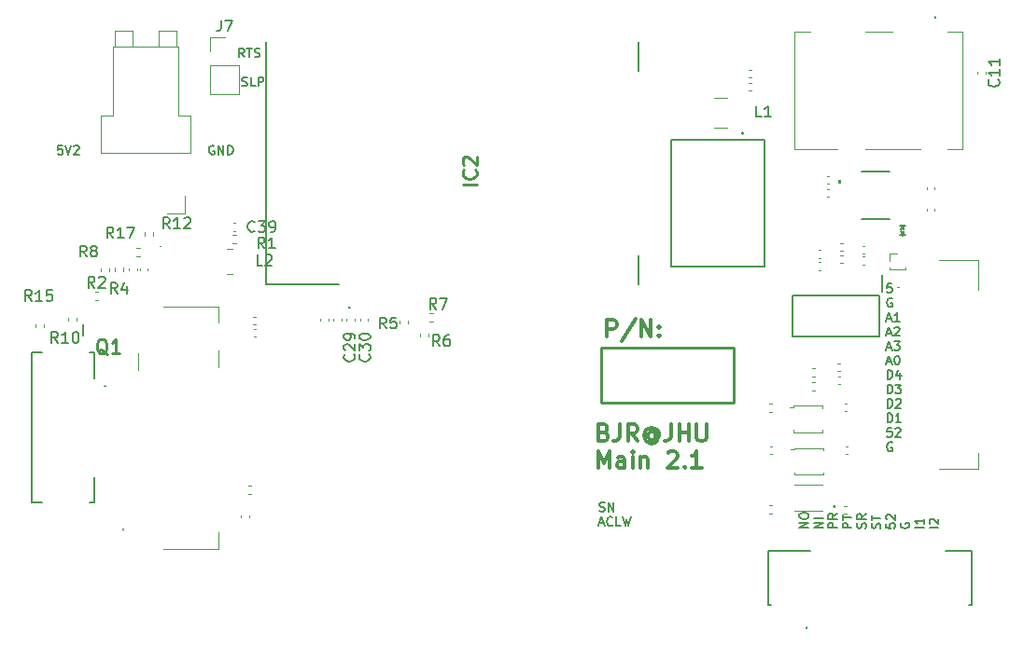
<source format=gbr>
%TF.GenerationSoftware,KiCad,Pcbnew,7.0.10*%
%TF.CreationDate,2024-12-22T17:19:54-08:00*%
%TF.ProjectId,mainbox2.1,6d61696e-626f-4783-922e-312e6b696361,rev?*%
%TF.SameCoordinates,Original*%
%TF.FileFunction,Legend,Top*%
%TF.FilePolarity,Positive*%
%FSLAX46Y46*%
G04 Gerber Fmt 4.6, Leading zero omitted, Abs format (unit mm)*
G04 Created by KiCad (PCBNEW 7.0.10) date 2024-12-22 17:19:54*
%MOMM*%
%LPD*%
G01*
G04 APERTURE LIST*
%ADD10C,0.152400*%
%ADD11C,0.304800*%
%ADD12C,0.254000*%
%ADD13C,0.150000*%
%ADD14C,0.120000*%
%ADD15C,0.127000*%
%ADD16C,0.200000*%
%ADD17C,0.100000*%
G04 APERTURE END LIST*
D10*
X114245082Y-106785291D02*
X114361196Y-106823995D01*
X114361196Y-106823995D02*
X114554720Y-106823995D01*
X114554720Y-106823995D02*
X114632129Y-106785291D01*
X114632129Y-106785291D02*
X114670834Y-106746586D01*
X114670834Y-106746586D02*
X114709539Y-106669176D01*
X114709539Y-106669176D02*
X114709539Y-106591767D01*
X114709539Y-106591767D02*
X114670834Y-106514357D01*
X114670834Y-106514357D02*
X114632129Y-106475652D01*
X114632129Y-106475652D02*
X114554720Y-106436948D01*
X114554720Y-106436948D02*
X114399901Y-106398243D01*
X114399901Y-106398243D02*
X114322491Y-106359538D01*
X114322491Y-106359538D02*
X114283786Y-106320833D01*
X114283786Y-106320833D02*
X114245082Y-106243424D01*
X114245082Y-106243424D02*
X114245082Y-106166014D01*
X114245082Y-106166014D02*
X114283786Y-106088605D01*
X114283786Y-106088605D02*
X114322491Y-106049900D01*
X114322491Y-106049900D02*
X114399901Y-106011195D01*
X114399901Y-106011195D02*
X114593424Y-106011195D01*
X114593424Y-106011195D02*
X114709539Y-106049900D01*
X115057881Y-106823995D02*
X115057881Y-106011195D01*
X115057881Y-106011195D02*
X115522338Y-106823995D01*
X115522338Y-106823995D02*
X115522338Y-106011195D01*
X114245082Y-107900375D02*
X114632129Y-107900375D01*
X114167672Y-108132603D02*
X114438605Y-107319803D01*
X114438605Y-107319803D02*
X114709539Y-108132603D01*
X115444929Y-108055194D02*
X115406225Y-108093899D01*
X115406225Y-108093899D02*
X115290110Y-108132603D01*
X115290110Y-108132603D02*
X115212701Y-108132603D01*
X115212701Y-108132603D02*
X115096587Y-108093899D01*
X115096587Y-108093899D02*
X115019177Y-108016489D01*
X115019177Y-108016489D02*
X114980472Y-107939079D01*
X114980472Y-107939079D02*
X114941768Y-107784260D01*
X114941768Y-107784260D02*
X114941768Y-107668146D01*
X114941768Y-107668146D02*
X114980472Y-107513327D01*
X114980472Y-107513327D02*
X115019177Y-107435918D01*
X115019177Y-107435918D02*
X115096587Y-107358508D01*
X115096587Y-107358508D02*
X115212701Y-107319803D01*
X115212701Y-107319803D02*
X115290110Y-107319803D01*
X115290110Y-107319803D02*
X115406225Y-107358508D01*
X115406225Y-107358508D02*
X115444929Y-107397213D01*
X116180320Y-108132603D02*
X115793272Y-108132603D01*
X115793272Y-108132603D02*
X115793272Y-107319803D01*
X116373844Y-107319803D02*
X116567368Y-108132603D01*
X116567368Y-108132603D02*
X116722187Y-107552032D01*
X116722187Y-107552032D02*
X116877006Y-108132603D01*
X116877006Y-108132603D02*
X117070530Y-107319803D01*
D11*
X114661383Y-99645715D02*
X114879097Y-99718287D01*
X114879097Y-99718287D02*
X114951668Y-99790858D01*
X114951668Y-99790858D02*
X115024240Y-99936001D01*
X115024240Y-99936001D02*
X115024240Y-100153715D01*
X115024240Y-100153715D02*
X114951668Y-100298858D01*
X114951668Y-100298858D02*
X114879097Y-100371430D01*
X114879097Y-100371430D02*
X114733954Y-100444001D01*
X114733954Y-100444001D02*
X114153383Y-100444001D01*
X114153383Y-100444001D02*
X114153383Y-98920001D01*
X114153383Y-98920001D02*
X114661383Y-98920001D01*
X114661383Y-98920001D02*
X114806526Y-98992572D01*
X114806526Y-98992572D02*
X114879097Y-99065144D01*
X114879097Y-99065144D02*
X114951668Y-99210287D01*
X114951668Y-99210287D02*
X114951668Y-99355430D01*
X114951668Y-99355430D02*
X114879097Y-99500572D01*
X114879097Y-99500572D02*
X114806526Y-99573144D01*
X114806526Y-99573144D02*
X114661383Y-99645715D01*
X114661383Y-99645715D02*
X114153383Y-99645715D01*
X116112811Y-98920001D02*
X116112811Y-100008572D01*
X116112811Y-100008572D02*
X116040240Y-100226287D01*
X116040240Y-100226287D02*
X115895097Y-100371430D01*
X115895097Y-100371430D02*
X115677383Y-100444001D01*
X115677383Y-100444001D02*
X115532240Y-100444001D01*
X117709383Y-100444001D02*
X117201383Y-99718287D01*
X116838526Y-100444001D02*
X116838526Y-98920001D01*
X116838526Y-98920001D02*
X117419097Y-98920001D01*
X117419097Y-98920001D02*
X117564240Y-98992572D01*
X117564240Y-98992572D02*
X117636811Y-99065144D01*
X117636811Y-99065144D02*
X117709383Y-99210287D01*
X117709383Y-99210287D02*
X117709383Y-99428001D01*
X117709383Y-99428001D02*
X117636811Y-99573144D01*
X117636811Y-99573144D02*
X117564240Y-99645715D01*
X117564240Y-99645715D02*
X117419097Y-99718287D01*
X117419097Y-99718287D02*
X116838526Y-99718287D01*
X119305954Y-99718287D02*
X119233383Y-99645715D01*
X119233383Y-99645715D02*
X119088240Y-99573144D01*
X119088240Y-99573144D02*
X118943097Y-99573144D01*
X118943097Y-99573144D02*
X118797954Y-99645715D01*
X118797954Y-99645715D02*
X118725383Y-99718287D01*
X118725383Y-99718287D02*
X118652811Y-99863430D01*
X118652811Y-99863430D02*
X118652811Y-100008572D01*
X118652811Y-100008572D02*
X118725383Y-100153715D01*
X118725383Y-100153715D02*
X118797954Y-100226287D01*
X118797954Y-100226287D02*
X118943097Y-100298858D01*
X118943097Y-100298858D02*
X119088240Y-100298858D01*
X119088240Y-100298858D02*
X119233383Y-100226287D01*
X119233383Y-100226287D02*
X119305954Y-100153715D01*
X119305954Y-99573144D02*
X119305954Y-100153715D01*
X119305954Y-100153715D02*
X119378526Y-100226287D01*
X119378526Y-100226287D02*
X119451097Y-100226287D01*
X119451097Y-100226287D02*
X119596240Y-100153715D01*
X119596240Y-100153715D02*
X119668811Y-100008572D01*
X119668811Y-100008572D02*
X119668811Y-99645715D01*
X119668811Y-99645715D02*
X119523669Y-99428001D01*
X119523669Y-99428001D02*
X119305954Y-99282858D01*
X119305954Y-99282858D02*
X119015669Y-99210287D01*
X119015669Y-99210287D02*
X118725383Y-99282858D01*
X118725383Y-99282858D02*
X118507669Y-99428001D01*
X118507669Y-99428001D02*
X118362526Y-99645715D01*
X118362526Y-99645715D02*
X118289954Y-99936001D01*
X118289954Y-99936001D02*
X118362526Y-100226287D01*
X118362526Y-100226287D02*
X118507669Y-100444001D01*
X118507669Y-100444001D02*
X118725383Y-100589144D01*
X118725383Y-100589144D02*
X119015669Y-100661715D01*
X119015669Y-100661715D02*
X119305954Y-100589144D01*
X119305954Y-100589144D02*
X119523669Y-100444001D01*
X120757383Y-98920001D02*
X120757383Y-100008572D01*
X120757383Y-100008572D02*
X120684812Y-100226287D01*
X120684812Y-100226287D02*
X120539669Y-100371430D01*
X120539669Y-100371430D02*
X120321955Y-100444001D01*
X120321955Y-100444001D02*
X120176812Y-100444001D01*
X121483098Y-100444001D02*
X121483098Y-98920001D01*
X121483098Y-99645715D02*
X122353955Y-99645715D01*
X122353955Y-100444001D02*
X122353955Y-98920001D01*
X123079669Y-98920001D02*
X123079669Y-100153715D01*
X123079669Y-100153715D02*
X123152240Y-100298858D01*
X123152240Y-100298858D02*
X123224812Y-100371430D01*
X123224812Y-100371430D02*
X123369954Y-100444001D01*
X123369954Y-100444001D02*
X123660240Y-100444001D01*
X123660240Y-100444001D02*
X123805383Y-100371430D01*
X123805383Y-100371430D02*
X123877954Y-100298858D01*
X123877954Y-100298858D02*
X123950526Y-100153715D01*
X123950526Y-100153715D02*
X123950526Y-98920001D01*
X114153383Y-102897641D02*
X114153383Y-101373641D01*
X114153383Y-101373641D02*
X114661383Y-102462212D01*
X114661383Y-102462212D02*
X115169383Y-101373641D01*
X115169383Y-101373641D02*
X115169383Y-102897641D01*
X116548240Y-102897641D02*
X116548240Y-102099355D01*
X116548240Y-102099355D02*
X116475668Y-101954212D01*
X116475668Y-101954212D02*
X116330525Y-101881641D01*
X116330525Y-101881641D02*
X116040240Y-101881641D01*
X116040240Y-101881641D02*
X115895097Y-101954212D01*
X116548240Y-102825070D02*
X116403097Y-102897641D01*
X116403097Y-102897641D02*
X116040240Y-102897641D01*
X116040240Y-102897641D02*
X115895097Y-102825070D01*
X115895097Y-102825070D02*
X115822525Y-102679927D01*
X115822525Y-102679927D02*
X115822525Y-102534784D01*
X115822525Y-102534784D02*
X115895097Y-102389641D01*
X115895097Y-102389641D02*
X116040240Y-102317070D01*
X116040240Y-102317070D02*
X116403097Y-102317070D01*
X116403097Y-102317070D02*
X116548240Y-102244498D01*
X117273954Y-102897641D02*
X117273954Y-101881641D01*
X117273954Y-101373641D02*
X117201382Y-101446212D01*
X117201382Y-101446212D02*
X117273954Y-101518784D01*
X117273954Y-101518784D02*
X117346525Y-101446212D01*
X117346525Y-101446212D02*
X117273954Y-101373641D01*
X117273954Y-101373641D02*
X117273954Y-101518784D01*
X117999668Y-101881641D02*
X117999668Y-102897641D01*
X117999668Y-102026784D02*
X118072239Y-101954212D01*
X118072239Y-101954212D02*
X118217382Y-101881641D01*
X118217382Y-101881641D02*
X118435096Y-101881641D01*
X118435096Y-101881641D02*
X118580239Y-101954212D01*
X118580239Y-101954212D02*
X118652811Y-102099355D01*
X118652811Y-102099355D02*
X118652811Y-102897641D01*
X120467096Y-101518784D02*
X120539668Y-101446212D01*
X120539668Y-101446212D02*
X120684811Y-101373641D01*
X120684811Y-101373641D02*
X121047668Y-101373641D01*
X121047668Y-101373641D02*
X121192811Y-101446212D01*
X121192811Y-101446212D02*
X121265382Y-101518784D01*
X121265382Y-101518784D02*
X121337953Y-101663927D01*
X121337953Y-101663927D02*
X121337953Y-101809070D01*
X121337953Y-101809070D02*
X121265382Y-102026784D01*
X121265382Y-102026784D02*
X120394525Y-102897641D01*
X120394525Y-102897641D02*
X121337953Y-102897641D01*
X121991097Y-102752498D02*
X122063668Y-102825070D01*
X122063668Y-102825070D02*
X121991097Y-102897641D01*
X121991097Y-102897641D02*
X121918525Y-102825070D01*
X121918525Y-102825070D02*
X121991097Y-102752498D01*
X121991097Y-102752498D02*
X121991097Y-102897641D01*
X123515096Y-102897641D02*
X122644239Y-102897641D01*
X123079668Y-102897641D02*
X123079668Y-101373641D01*
X123079668Y-101373641D02*
X122934525Y-101591355D01*
X122934525Y-101591355D02*
X122789382Y-101736498D01*
X122789382Y-101736498D02*
X122644239Y-101809070D01*
D12*
X114400000Y-96960000D02*
X126400000Y-96960000D01*
X126400000Y-91960000D01*
X114400000Y-91960000D01*
X114400000Y-96960000D01*
D11*
X114933383Y-90967641D02*
X114933383Y-89443641D01*
X114933383Y-89443641D02*
X115513954Y-89443641D01*
X115513954Y-89443641D02*
X115659097Y-89516212D01*
X115659097Y-89516212D02*
X115731668Y-89588784D01*
X115731668Y-89588784D02*
X115804240Y-89733927D01*
X115804240Y-89733927D02*
X115804240Y-89951641D01*
X115804240Y-89951641D02*
X115731668Y-90096784D01*
X115731668Y-90096784D02*
X115659097Y-90169355D01*
X115659097Y-90169355D02*
X115513954Y-90241927D01*
X115513954Y-90241927D02*
X114933383Y-90241927D01*
X117545954Y-89371070D02*
X116239668Y-91330498D01*
X118053954Y-90967641D02*
X118053954Y-89443641D01*
X118053954Y-89443641D02*
X118924811Y-90967641D01*
X118924811Y-90967641D02*
X118924811Y-89443641D01*
X119650525Y-90822498D02*
X119723096Y-90895070D01*
X119723096Y-90895070D02*
X119650525Y-90967641D01*
X119650525Y-90967641D02*
X119577953Y-90895070D01*
X119577953Y-90895070D02*
X119650525Y-90822498D01*
X119650525Y-90822498D02*
X119650525Y-90967641D01*
X119650525Y-90024212D02*
X119723096Y-90096784D01*
X119723096Y-90096784D02*
X119650525Y-90169355D01*
X119650525Y-90169355D02*
X119577953Y-90096784D01*
X119577953Y-90096784D02*
X119650525Y-90024212D01*
X119650525Y-90024212D02*
X119650525Y-90169355D01*
D10*
X133205131Y-108306213D02*
X132392331Y-108306213D01*
X132392331Y-108306213D02*
X133205131Y-107841756D01*
X133205131Y-107841756D02*
X132392331Y-107841756D01*
X132392331Y-107299889D02*
X132392331Y-107145070D01*
X132392331Y-107145070D02*
X132431036Y-107067660D01*
X132431036Y-107067660D02*
X132508446Y-106990251D01*
X132508446Y-106990251D02*
X132663265Y-106951546D01*
X132663265Y-106951546D02*
X132934198Y-106951546D01*
X132934198Y-106951546D02*
X133089017Y-106990251D01*
X133089017Y-106990251D02*
X133166427Y-107067660D01*
X133166427Y-107067660D02*
X133205131Y-107145070D01*
X133205131Y-107145070D02*
X133205131Y-107299889D01*
X133205131Y-107299889D02*
X133166427Y-107377298D01*
X133166427Y-107377298D02*
X133089017Y-107454708D01*
X133089017Y-107454708D02*
X132934198Y-107493412D01*
X132934198Y-107493412D02*
X132663265Y-107493412D01*
X132663265Y-107493412D02*
X132508446Y-107454708D01*
X132508446Y-107454708D02*
X132431036Y-107377298D01*
X132431036Y-107377298D02*
X132392331Y-107299889D01*
X134513739Y-108306213D02*
X133700939Y-108306213D01*
X133700939Y-108306213D02*
X134513739Y-107841756D01*
X134513739Y-107841756D02*
X133700939Y-107841756D01*
X134513739Y-107454708D02*
X133700939Y-107454708D01*
X135822347Y-108306213D02*
X135009547Y-108306213D01*
X135009547Y-108306213D02*
X135009547Y-107996575D01*
X135009547Y-107996575D02*
X135048252Y-107919165D01*
X135048252Y-107919165D02*
X135086957Y-107880460D01*
X135086957Y-107880460D02*
X135164366Y-107841756D01*
X135164366Y-107841756D02*
X135280481Y-107841756D01*
X135280481Y-107841756D02*
X135357890Y-107880460D01*
X135357890Y-107880460D02*
X135396595Y-107919165D01*
X135396595Y-107919165D02*
X135435300Y-107996575D01*
X135435300Y-107996575D02*
X135435300Y-108306213D01*
X135822347Y-107028956D02*
X135435300Y-107299889D01*
X135822347Y-107493413D02*
X135009547Y-107493413D01*
X135009547Y-107493413D02*
X135009547Y-107183775D01*
X135009547Y-107183775D02*
X135048252Y-107106365D01*
X135048252Y-107106365D02*
X135086957Y-107067660D01*
X135086957Y-107067660D02*
X135164366Y-107028956D01*
X135164366Y-107028956D02*
X135280481Y-107028956D01*
X135280481Y-107028956D02*
X135357890Y-107067660D01*
X135357890Y-107067660D02*
X135396595Y-107106365D01*
X135396595Y-107106365D02*
X135435300Y-107183775D01*
X135435300Y-107183775D02*
X135435300Y-107493413D01*
X137130955Y-108306213D02*
X136318155Y-108306213D01*
X136318155Y-108306213D02*
X136318155Y-107996575D01*
X136318155Y-107996575D02*
X136356860Y-107919165D01*
X136356860Y-107919165D02*
X136395565Y-107880460D01*
X136395565Y-107880460D02*
X136472974Y-107841756D01*
X136472974Y-107841756D02*
X136589089Y-107841756D01*
X136589089Y-107841756D02*
X136666498Y-107880460D01*
X136666498Y-107880460D02*
X136705203Y-107919165D01*
X136705203Y-107919165D02*
X136743908Y-107996575D01*
X136743908Y-107996575D02*
X136743908Y-108306213D01*
X136318155Y-107609527D02*
X136318155Y-107145070D01*
X137130955Y-107377298D02*
X136318155Y-107377298D01*
X138400859Y-108344917D02*
X138439563Y-108228803D01*
X138439563Y-108228803D02*
X138439563Y-108035279D01*
X138439563Y-108035279D02*
X138400859Y-107957870D01*
X138400859Y-107957870D02*
X138362154Y-107919165D01*
X138362154Y-107919165D02*
X138284744Y-107880460D01*
X138284744Y-107880460D02*
X138207335Y-107880460D01*
X138207335Y-107880460D02*
X138129925Y-107919165D01*
X138129925Y-107919165D02*
X138091220Y-107957870D01*
X138091220Y-107957870D02*
X138052516Y-108035279D01*
X138052516Y-108035279D02*
X138013811Y-108190098D01*
X138013811Y-108190098D02*
X137975106Y-108267508D01*
X137975106Y-108267508D02*
X137936401Y-108306213D01*
X137936401Y-108306213D02*
X137858992Y-108344917D01*
X137858992Y-108344917D02*
X137781582Y-108344917D01*
X137781582Y-108344917D02*
X137704173Y-108306213D01*
X137704173Y-108306213D02*
X137665468Y-108267508D01*
X137665468Y-108267508D02*
X137626763Y-108190098D01*
X137626763Y-108190098D02*
X137626763Y-107996575D01*
X137626763Y-107996575D02*
X137665468Y-107880460D01*
X138439563Y-107067661D02*
X138052516Y-107338594D01*
X138439563Y-107532118D02*
X137626763Y-107532118D01*
X137626763Y-107532118D02*
X137626763Y-107222480D01*
X137626763Y-107222480D02*
X137665468Y-107145070D01*
X137665468Y-107145070D02*
X137704173Y-107106365D01*
X137704173Y-107106365D02*
X137781582Y-107067661D01*
X137781582Y-107067661D02*
X137897697Y-107067661D01*
X137897697Y-107067661D02*
X137975106Y-107106365D01*
X137975106Y-107106365D02*
X138013811Y-107145070D01*
X138013811Y-107145070D02*
X138052516Y-107222480D01*
X138052516Y-107222480D02*
X138052516Y-107532118D01*
X139709467Y-108344917D02*
X139748171Y-108228803D01*
X139748171Y-108228803D02*
X139748171Y-108035279D01*
X139748171Y-108035279D02*
X139709467Y-107957870D01*
X139709467Y-107957870D02*
X139670762Y-107919165D01*
X139670762Y-107919165D02*
X139593352Y-107880460D01*
X139593352Y-107880460D02*
X139515943Y-107880460D01*
X139515943Y-107880460D02*
X139438533Y-107919165D01*
X139438533Y-107919165D02*
X139399828Y-107957870D01*
X139399828Y-107957870D02*
X139361124Y-108035279D01*
X139361124Y-108035279D02*
X139322419Y-108190098D01*
X139322419Y-108190098D02*
X139283714Y-108267508D01*
X139283714Y-108267508D02*
X139245009Y-108306213D01*
X139245009Y-108306213D02*
X139167600Y-108344917D01*
X139167600Y-108344917D02*
X139090190Y-108344917D01*
X139090190Y-108344917D02*
X139012781Y-108306213D01*
X139012781Y-108306213D02*
X138974076Y-108267508D01*
X138974076Y-108267508D02*
X138935371Y-108190098D01*
X138935371Y-108190098D02*
X138935371Y-107996575D01*
X138935371Y-107996575D02*
X138974076Y-107880460D01*
X138935371Y-107648232D02*
X138935371Y-107183775D01*
X139748171Y-107416003D02*
X138935371Y-107416003D01*
X140243979Y-107919165D02*
X140243979Y-108306213D01*
X140243979Y-108306213D02*
X140631027Y-108344917D01*
X140631027Y-108344917D02*
X140592322Y-108306213D01*
X140592322Y-108306213D02*
X140553617Y-108228803D01*
X140553617Y-108228803D02*
X140553617Y-108035279D01*
X140553617Y-108035279D02*
X140592322Y-107957870D01*
X140592322Y-107957870D02*
X140631027Y-107919165D01*
X140631027Y-107919165D02*
X140708436Y-107880460D01*
X140708436Y-107880460D02*
X140901960Y-107880460D01*
X140901960Y-107880460D02*
X140979370Y-107919165D01*
X140979370Y-107919165D02*
X141018075Y-107957870D01*
X141018075Y-107957870D02*
X141056779Y-108035279D01*
X141056779Y-108035279D02*
X141056779Y-108228803D01*
X141056779Y-108228803D02*
X141018075Y-108306213D01*
X141018075Y-108306213D02*
X140979370Y-108344917D01*
X140321389Y-107570822D02*
X140282684Y-107532118D01*
X140282684Y-107532118D02*
X140243979Y-107454708D01*
X140243979Y-107454708D02*
X140243979Y-107261184D01*
X140243979Y-107261184D02*
X140282684Y-107183775D01*
X140282684Y-107183775D02*
X140321389Y-107145070D01*
X140321389Y-107145070D02*
X140398798Y-107106365D01*
X140398798Y-107106365D02*
X140476208Y-107106365D01*
X140476208Y-107106365D02*
X140592322Y-107145070D01*
X140592322Y-107145070D02*
X141056779Y-107609527D01*
X141056779Y-107609527D02*
X141056779Y-107106365D01*
X141591292Y-107880460D02*
X141552587Y-107957870D01*
X141552587Y-107957870D02*
X141552587Y-108073984D01*
X141552587Y-108073984D02*
X141591292Y-108190098D01*
X141591292Y-108190098D02*
X141668702Y-108267508D01*
X141668702Y-108267508D02*
X141746111Y-108306213D01*
X141746111Y-108306213D02*
X141900930Y-108344917D01*
X141900930Y-108344917D02*
X142017044Y-108344917D01*
X142017044Y-108344917D02*
X142171863Y-108306213D01*
X142171863Y-108306213D02*
X142249273Y-108267508D01*
X142249273Y-108267508D02*
X142326683Y-108190098D01*
X142326683Y-108190098D02*
X142365387Y-108073984D01*
X142365387Y-108073984D02*
X142365387Y-107996575D01*
X142365387Y-107996575D02*
X142326683Y-107880460D01*
X142326683Y-107880460D02*
X142287978Y-107841756D01*
X142287978Y-107841756D02*
X142017044Y-107841756D01*
X142017044Y-107841756D02*
X142017044Y-107996575D01*
X143673995Y-108306213D02*
X142861195Y-108306213D01*
X143673995Y-107493412D02*
X143673995Y-107957869D01*
X143673995Y-107725641D02*
X142861195Y-107725641D01*
X142861195Y-107725641D02*
X142977310Y-107803050D01*
X142977310Y-107803050D02*
X143054719Y-107880460D01*
X143054719Y-107880460D02*
X143093424Y-107957869D01*
X144982603Y-108306213D02*
X144169803Y-108306213D01*
X144247213Y-107957869D02*
X144208508Y-107919165D01*
X144208508Y-107919165D02*
X144169803Y-107841755D01*
X144169803Y-107841755D02*
X144169803Y-107648231D01*
X144169803Y-107648231D02*
X144208508Y-107570822D01*
X144208508Y-107570822D02*
X144247213Y-107532117D01*
X144247213Y-107532117D02*
X144324622Y-107493412D01*
X144324622Y-107493412D02*
X144402032Y-107493412D01*
X144402032Y-107493412D02*
X144518146Y-107532117D01*
X144518146Y-107532117D02*
X144982603Y-107996574D01*
X144982603Y-107996574D02*
X144982603Y-107493412D01*
X140740834Y-86145115D02*
X140353786Y-86145115D01*
X140353786Y-86145115D02*
X140315082Y-86532163D01*
X140315082Y-86532163D02*
X140353786Y-86493458D01*
X140353786Y-86493458D02*
X140431196Y-86454753D01*
X140431196Y-86454753D02*
X140624720Y-86454753D01*
X140624720Y-86454753D02*
X140702129Y-86493458D01*
X140702129Y-86493458D02*
X140740834Y-86532163D01*
X140740834Y-86532163D02*
X140779539Y-86609572D01*
X140779539Y-86609572D02*
X140779539Y-86803096D01*
X140779539Y-86803096D02*
X140740834Y-86880506D01*
X140740834Y-86880506D02*
X140702129Y-86919211D01*
X140702129Y-86919211D02*
X140624720Y-86957915D01*
X140624720Y-86957915D02*
X140431196Y-86957915D01*
X140431196Y-86957915D02*
X140353786Y-86919211D01*
X140353786Y-86919211D02*
X140315082Y-86880506D01*
X140779539Y-87492428D02*
X140702129Y-87453723D01*
X140702129Y-87453723D02*
X140586015Y-87453723D01*
X140586015Y-87453723D02*
X140469901Y-87492428D01*
X140469901Y-87492428D02*
X140392491Y-87569838D01*
X140392491Y-87569838D02*
X140353786Y-87647247D01*
X140353786Y-87647247D02*
X140315082Y-87802066D01*
X140315082Y-87802066D02*
X140315082Y-87918180D01*
X140315082Y-87918180D02*
X140353786Y-88072999D01*
X140353786Y-88072999D02*
X140392491Y-88150409D01*
X140392491Y-88150409D02*
X140469901Y-88227819D01*
X140469901Y-88227819D02*
X140586015Y-88266523D01*
X140586015Y-88266523D02*
X140663424Y-88266523D01*
X140663424Y-88266523D02*
X140779539Y-88227819D01*
X140779539Y-88227819D02*
X140818243Y-88189114D01*
X140818243Y-88189114D02*
X140818243Y-87918180D01*
X140818243Y-87918180D02*
X140663424Y-87918180D01*
X140315082Y-89342903D02*
X140702129Y-89342903D01*
X140237672Y-89575131D02*
X140508605Y-88762331D01*
X140508605Y-88762331D02*
X140779539Y-89575131D01*
X141476225Y-89575131D02*
X141011768Y-89575131D01*
X141243996Y-89575131D02*
X141243996Y-88762331D01*
X141243996Y-88762331D02*
X141166587Y-88878446D01*
X141166587Y-88878446D02*
X141089177Y-88955855D01*
X141089177Y-88955855D02*
X141011768Y-88994560D01*
X140315082Y-90651511D02*
X140702129Y-90651511D01*
X140237672Y-90883739D02*
X140508605Y-90070939D01*
X140508605Y-90070939D02*
X140779539Y-90883739D01*
X141011768Y-90148349D02*
X141050472Y-90109644D01*
X141050472Y-90109644D02*
X141127882Y-90070939D01*
X141127882Y-90070939D02*
X141321406Y-90070939D01*
X141321406Y-90070939D02*
X141398815Y-90109644D01*
X141398815Y-90109644D02*
X141437520Y-90148349D01*
X141437520Y-90148349D02*
X141476225Y-90225758D01*
X141476225Y-90225758D02*
X141476225Y-90303168D01*
X141476225Y-90303168D02*
X141437520Y-90419282D01*
X141437520Y-90419282D02*
X140973063Y-90883739D01*
X140973063Y-90883739D02*
X141476225Y-90883739D01*
X140315082Y-91960119D02*
X140702129Y-91960119D01*
X140237672Y-92192347D02*
X140508605Y-91379547D01*
X140508605Y-91379547D02*
X140779539Y-92192347D01*
X140973063Y-91379547D02*
X141476225Y-91379547D01*
X141476225Y-91379547D02*
X141205291Y-91689185D01*
X141205291Y-91689185D02*
X141321406Y-91689185D01*
X141321406Y-91689185D02*
X141398815Y-91727890D01*
X141398815Y-91727890D02*
X141437520Y-91766595D01*
X141437520Y-91766595D02*
X141476225Y-91844004D01*
X141476225Y-91844004D02*
X141476225Y-92037528D01*
X141476225Y-92037528D02*
X141437520Y-92114938D01*
X141437520Y-92114938D02*
X141398815Y-92153643D01*
X141398815Y-92153643D02*
X141321406Y-92192347D01*
X141321406Y-92192347D02*
X141089177Y-92192347D01*
X141089177Y-92192347D02*
X141011768Y-92153643D01*
X141011768Y-92153643D02*
X140973063Y-92114938D01*
X140315082Y-93268727D02*
X140702129Y-93268727D01*
X140237672Y-93500955D02*
X140508605Y-92688155D01*
X140508605Y-92688155D02*
X140779539Y-93500955D01*
X141205291Y-92688155D02*
X141282701Y-92688155D01*
X141282701Y-92688155D02*
X141360110Y-92726860D01*
X141360110Y-92726860D02*
X141398815Y-92765565D01*
X141398815Y-92765565D02*
X141437520Y-92842974D01*
X141437520Y-92842974D02*
X141476225Y-92997793D01*
X141476225Y-92997793D02*
X141476225Y-93191317D01*
X141476225Y-93191317D02*
X141437520Y-93346136D01*
X141437520Y-93346136D02*
X141398815Y-93423546D01*
X141398815Y-93423546D02*
X141360110Y-93462251D01*
X141360110Y-93462251D02*
X141282701Y-93500955D01*
X141282701Y-93500955D02*
X141205291Y-93500955D01*
X141205291Y-93500955D02*
X141127882Y-93462251D01*
X141127882Y-93462251D02*
X141089177Y-93423546D01*
X141089177Y-93423546D02*
X141050472Y-93346136D01*
X141050472Y-93346136D02*
X141011768Y-93191317D01*
X141011768Y-93191317D02*
X141011768Y-92997793D01*
X141011768Y-92997793D02*
X141050472Y-92842974D01*
X141050472Y-92842974D02*
X141089177Y-92765565D01*
X141089177Y-92765565D02*
X141127882Y-92726860D01*
X141127882Y-92726860D02*
X141205291Y-92688155D01*
X140353786Y-94809563D02*
X140353786Y-93996763D01*
X140353786Y-93996763D02*
X140547310Y-93996763D01*
X140547310Y-93996763D02*
X140663424Y-94035468D01*
X140663424Y-94035468D02*
X140740834Y-94112878D01*
X140740834Y-94112878D02*
X140779539Y-94190287D01*
X140779539Y-94190287D02*
X140818243Y-94345106D01*
X140818243Y-94345106D02*
X140818243Y-94461220D01*
X140818243Y-94461220D02*
X140779539Y-94616039D01*
X140779539Y-94616039D02*
X140740834Y-94693449D01*
X140740834Y-94693449D02*
X140663424Y-94770859D01*
X140663424Y-94770859D02*
X140547310Y-94809563D01*
X140547310Y-94809563D02*
X140353786Y-94809563D01*
X141514929Y-94267697D02*
X141514929Y-94809563D01*
X141321405Y-93958059D02*
X141127882Y-94538630D01*
X141127882Y-94538630D02*
X141631043Y-94538630D01*
X140353786Y-96118171D02*
X140353786Y-95305371D01*
X140353786Y-95305371D02*
X140547310Y-95305371D01*
X140547310Y-95305371D02*
X140663424Y-95344076D01*
X140663424Y-95344076D02*
X140740834Y-95421486D01*
X140740834Y-95421486D02*
X140779539Y-95498895D01*
X140779539Y-95498895D02*
X140818243Y-95653714D01*
X140818243Y-95653714D02*
X140818243Y-95769828D01*
X140818243Y-95769828D02*
X140779539Y-95924647D01*
X140779539Y-95924647D02*
X140740834Y-96002057D01*
X140740834Y-96002057D02*
X140663424Y-96079467D01*
X140663424Y-96079467D02*
X140547310Y-96118171D01*
X140547310Y-96118171D02*
X140353786Y-96118171D01*
X141089177Y-95305371D02*
X141592339Y-95305371D01*
X141592339Y-95305371D02*
X141321405Y-95615009D01*
X141321405Y-95615009D02*
X141437520Y-95615009D01*
X141437520Y-95615009D02*
X141514929Y-95653714D01*
X141514929Y-95653714D02*
X141553634Y-95692419D01*
X141553634Y-95692419D02*
X141592339Y-95769828D01*
X141592339Y-95769828D02*
X141592339Y-95963352D01*
X141592339Y-95963352D02*
X141553634Y-96040762D01*
X141553634Y-96040762D02*
X141514929Y-96079467D01*
X141514929Y-96079467D02*
X141437520Y-96118171D01*
X141437520Y-96118171D02*
X141205291Y-96118171D01*
X141205291Y-96118171D02*
X141127882Y-96079467D01*
X141127882Y-96079467D02*
X141089177Y-96040762D01*
X140353786Y-97426779D02*
X140353786Y-96613979D01*
X140353786Y-96613979D02*
X140547310Y-96613979D01*
X140547310Y-96613979D02*
X140663424Y-96652684D01*
X140663424Y-96652684D02*
X140740834Y-96730094D01*
X140740834Y-96730094D02*
X140779539Y-96807503D01*
X140779539Y-96807503D02*
X140818243Y-96962322D01*
X140818243Y-96962322D02*
X140818243Y-97078436D01*
X140818243Y-97078436D02*
X140779539Y-97233255D01*
X140779539Y-97233255D02*
X140740834Y-97310665D01*
X140740834Y-97310665D02*
X140663424Y-97388075D01*
X140663424Y-97388075D02*
X140547310Y-97426779D01*
X140547310Y-97426779D02*
X140353786Y-97426779D01*
X141127882Y-96691389D02*
X141166586Y-96652684D01*
X141166586Y-96652684D02*
X141243996Y-96613979D01*
X141243996Y-96613979D02*
X141437520Y-96613979D01*
X141437520Y-96613979D02*
X141514929Y-96652684D01*
X141514929Y-96652684D02*
X141553634Y-96691389D01*
X141553634Y-96691389D02*
X141592339Y-96768798D01*
X141592339Y-96768798D02*
X141592339Y-96846208D01*
X141592339Y-96846208D02*
X141553634Y-96962322D01*
X141553634Y-96962322D02*
X141089177Y-97426779D01*
X141089177Y-97426779D02*
X141592339Y-97426779D01*
X140353786Y-98735387D02*
X140353786Y-97922587D01*
X140353786Y-97922587D02*
X140547310Y-97922587D01*
X140547310Y-97922587D02*
X140663424Y-97961292D01*
X140663424Y-97961292D02*
X140740834Y-98038702D01*
X140740834Y-98038702D02*
X140779539Y-98116111D01*
X140779539Y-98116111D02*
X140818243Y-98270930D01*
X140818243Y-98270930D02*
X140818243Y-98387044D01*
X140818243Y-98387044D02*
X140779539Y-98541863D01*
X140779539Y-98541863D02*
X140740834Y-98619273D01*
X140740834Y-98619273D02*
X140663424Y-98696683D01*
X140663424Y-98696683D02*
X140547310Y-98735387D01*
X140547310Y-98735387D02*
X140353786Y-98735387D01*
X141592339Y-98735387D02*
X141127882Y-98735387D01*
X141360110Y-98735387D02*
X141360110Y-97922587D01*
X141360110Y-97922587D02*
X141282701Y-98038702D01*
X141282701Y-98038702D02*
X141205291Y-98116111D01*
X141205291Y-98116111D02*
X141127882Y-98154816D01*
X140740834Y-99231195D02*
X140353786Y-99231195D01*
X140353786Y-99231195D02*
X140315082Y-99618243D01*
X140315082Y-99618243D02*
X140353786Y-99579538D01*
X140353786Y-99579538D02*
X140431196Y-99540833D01*
X140431196Y-99540833D02*
X140624720Y-99540833D01*
X140624720Y-99540833D02*
X140702129Y-99579538D01*
X140702129Y-99579538D02*
X140740834Y-99618243D01*
X140740834Y-99618243D02*
X140779539Y-99695652D01*
X140779539Y-99695652D02*
X140779539Y-99889176D01*
X140779539Y-99889176D02*
X140740834Y-99966586D01*
X140740834Y-99966586D02*
X140702129Y-100005291D01*
X140702129Y-100005291D02*
X140624720Y-100043995D01*
X140624720Y-100043995D02*
X140431196Y-100043995D01*
X140431196Y-100043995D02*
X140353786Y-100005291D01*
X140353786Y-100005291D02*
X140315082Y-99966586D01*
X141089177Y-99308605D02*
X141127881Y-99269900D01*
X141127881Y-99269900D02*
X141205291Y-99231195D01*
X141205291Y-99231195D02*
X141398815Y-99231195D01*
X141398815Y-99231195D02*
X141476224Y-99269900D01*
X141476224Y-99269900D02*
X141514929Y-99308605D01*
X141514929Y-99308605D02*
X141553634Y-99386014D01*
X141553634Y-99386014D02*
X141553634Y-99463424D01*
X141553634Y-99463424D02*
X141514929Y-99579538D01*
X141514929Y-99579538D02*
X141050472Y-100043995D01*
X141050472Y-100043995D02*
X141553634Y-100043995D01*
X140779539Y-100578508D02*
X140702129Y-100539803D01*
X140702129Y-100539803D02*
X140586015Y-100539803D01*
X140586015Y-100539803D02*
X140469901Y-100578508D01*
X140469901Y-100578508D02*
X140392491Y-100655918D01*
X140392491Y-100655918D02*
X140353786Y-100733327D01*
X140353786Y-100733327D02*
X140315082Y-100888146D01*
X140315082Y-100888146D02*
X140315082Y-101004260D01*
X140315082Y-101004260D02*
X140353786Y-101159079D01*
X140353786Y-101159079D02*
X140392491Y-101236489D01*
X140392491Y-101236489D02*
X140469901Y-101313899D01*
X140469901Y-101313899D02*
X140586015Y-101352603D01*
X140586015Y-101352603D02*
X140663424Y-101352603D01*
X140663424Y-101352603D02*
X140779539Y-101313899D01*
X140779539Y-101313899D02*
X140818243Y-101275194D01*
X140818243Y-101275194D02*
X140818243Y-101004260D01*
X140818243Y-101004260D02*
X140663424Y-101004260D01*
X81835082Y-68163899D02*
X81951196Y-68202603D01*
X81951196Y-68202603D02*
X82144720Y-68202603D01*
X82144720Y-68202603D02*
X82222129Y-68163899D01*
X82222129Y-68163899D02*
X82260834Y-68125194D01*
X82260834Y-68125194D02*
X82299539Y-68047784D01*
X82299539Y-68047784D02*
X82299539Y-67970375D01*
X82299539Y-67970375D02*
X82260834Y-67892965D01*
X82260834Y-67892965D02*
X82222129Y-67854260D01*
X82222129Y-67854260D02*
X82144720Y-67815556D01*
X82144720Y-67815556D02*
X81989901Y-67776851D01*
X81989901Y-67776851D02*
X81912491Y-67738146D01*
X81912491Y-67738146D02*
X81873786Y-67699441D01*
X81873786Y-67699441D02*
X81835082Y-67622032D01*
X81835082Y-67622032D02*
X81835082Y-67544622D01*
X81835082Y-67544622D02*
X81873786Y-67467213D01*
X81873786Y-67467213D02*
X81912491Y-67428508D01*
X81912491Y-67428508D02*
X81989901Y-67389803D01*
X81989901Y-67389803D02*
X82183424Y-67389803D01*
X82183424Y-67389803D02*
X82299539Y-67428508D01*
X83034929Y-68202603D02*
X82647881Y-68202603D01*
X82647881Y-68202603D02*
X82647881Y-67389803D01*
X83305862Y-68202603D02*
X83305862Y-67389803D01*
X83305862Y-67389803D02*
X83615500Y-67389803D01*
X83615500Y-67389803D02*
X83692910Y-67428508D01*
X83692910Y-67428508D02*
X83731615Y-67467213D01*
X83731615Y-67467213D02*
X83770319Y-67544622D01*
X83770319Y-67544622D02*
X83770319Y-67660737D01*
X83770319Y-67660737D02*
X83731615Y-67738146D01*
X83731615Y-67738146D02*
X83692910Y-67776851D01*
X83692910Y-67776851D02*
X83615500Y-67815556D01*
X83615500Y-67815556D02*
X83305862Y-67815556D01*
X82028243Y-65572603D02*
X81757310Y-65185556D01*
X81563786Y-65572603D02*
X81563786Y-64759803D01*
X81563786Y-64759803D02*
X81873424Y-64759803D01*
X81873424Y-64759803D02*
X81950834Y-64798508D01*
X81950834Y-64798508D02*
X81989539Y-64837213D01*
X81989539Y-64837213D02*
X82028243Y-64914622D01*
X82028243Y-64914622D02*
X82028243Y-65030737D01*
X82028243Y-65030737D02*
X81989539Y-65108146D01*
X81989539Y-65108146D02*
X81950834Y-65146851D01*
X81950834Y-65146851D02*
X81873424Y-65185556D01*
X81873424Y-65185556D02*
X81563786Y-65185556D01*
X82260472Y-64759803D02*
X82724929Y-64759803D01*
X82492701Y-65572603D02*
X82492701Y-64759803D01*
X82957158Y-65533899D02*
X83073272Y-65572603D01*
X83073272Y-65572603D02*
X83266796Y-65572603D01*
X83266796Y-65572603D02*
X83344205Y-65533899D01*
X83344205Y-65533899D02*
X83382910Y-65495194D01*
X83382910Y-65495194D02*
X83421615Y-65417784D01*
X83421615Y-65417784D02*
X83421615Y-65340375D01*
X83421615Y-65340375D02*
X83382910Y-65262965D01*
X83382910Y-65262965D02*
X83344205Y-65224260D01*
X83344205Y-65224260D02*
X83266796Y-65185556D01*
X83266796Y-65185556D02*
X83111977Y-65146851D01*
X83111977Y-65146851D02*
X83034567Y-65108146D01*
X83034567Y-65108146D02*
X82995862Y-65069441D01*
X82995862Y-65069441D02*
X82957158Y-64992032D01*
X82957158Y-64992032D02*
X82957158Y-64914622D01*
X82957158Y-64914622D02*
X82995862Y-64837213D01*
X82995862Y-64837213D02*
X83034567Y-64798508D01*
X83034567Y-64798508D02*
X83111977Y-64759803D01*
X83111977Y-64759803D02*
X83305500Y-64759803D01*
X83305500Y-64759803D02*
X83421615Y-64798508D01*
X79299539Y-73628508D02*
X79222129Y-73589803D01*
X79222129Y-73589803D02*
X79106015Y-73589803D01*
X79106015Y-73589803D02*
X78989901Y-73628508D01*
X78989901Y-73628508D02*
X78912491Y-73705918D01*
X78912491Y-73705918D02*
X78873786Y-73783327D01*
X78873786Y-73783327D02*
X78835082Y-73938146D01*
X78835082Y-73938146D02*
X78835082Y-74054260D01*
X78835082Y-74054260D02*
X78873786Y-74209079D01*
X78873786Y-74209079D02*
X78912491Y-74286489D01*
X78912491Y-74286489D02*
X78989901Y-74363899D01*
X78989901Y-74363899D02*
X79106015Y-74402603D01*
X79106015Y-74402603D02*
X79183424Y-74402603D01*
X79183424Y-74402603D02*
X79299539Y-74363899D01*
X79299539Y-74363899D02*
X79338243Y-74325194D01*
X79338243Y-74325194D02*
X79338243Y-74054260D01*
X79338243Y-74054260D02*
X79183424Y-74054260D01*
X79686586Y-74402603D02*
X79686586Y-73589803D01*
X79686586Y-73589803D02*
X80151043Y-74402603D01*
X80151043Y-74402603D02*
X80151043Y-73589803D01*
X80538091Y-74402603D02*
X80538091Y-73589803D01*
X80538091Y-73589803D02*
X80731615Y-73589803D01*
X80731615Y-73589803D02*
X80847729Y-73628508D01*
X80847729Y-73628508D02*
X80925139Y-73705918D01*
X80925139Y-73705918D02*
X80963844Y-73783327D01*
X80963844Y-73783327D02*
X81002548Y-73938146D01*
X81002548Y-73938146D02*
X81002548Y-74054260D01*
X81002548Y-74054260D02*
X80963844Y-74209079D01*
X80963844Y-74209079D02*
X80925139Y-74286489D01*
X80925139Y-74286489D02*
X80847729Y-74363899D01*
X80847729Y-74363899D02*
X80731615Y-74402603D01*
X80731615Y-74402603D02*
X80538091Y-74402603D01*
X65540834Y-73579803D02*
X65153786Y-73579803D01*
X65153786Y-73579803D02*
X65115082Y-73966851D01*
X65115082Y-73966851D02*
X65153786Y-73928146D01*
X65153786Y-73928146D02*
X65231196Y-73889441D01*
X65231196Y-73889441D02*
X65424720Y-73889441D01*
X65424720Y-73889441D02*
X65502129Y-73928146D01*
X65502129Y-73928146D02*
X65540834Y-73966851D01*
X65540834Y-73966851D02*
X65579539Y-74044260D01*
X65579539Y-74044260D02*
X65579539Y-74237784D01*
X65579539Y-74237784D02*
X65540834Y-74315194D01*
X65540834Y-74315194D02*
X65502129Y-74353899D01*
X65502129Y-74353899D02*
X65424720Y-74392603D01*
X65424720Y-74392603D02*
X65231196Y-74392603D01*
X65231196Y-74392603D02*
X65153786Y-74353899D01*
X65153786Y-74353899D02*
X65115082Y-74315194D01*
X65811767Y-73579803D02*
X66082700Y-74392603D01*
X66082700Y-74392603D02*
X66353634Y-73579803D01*
X66585863Y-73657213D02*
X66624567Y-73618508D01*
X66624567Y-73618508D02*
X66701977Y-73579803D01*
X66701977Y-73579803D02*
X66895501Y-73579803D01*
X66895501Y-73579803D02*
X66972910Y-73618508D01*
X66972910Y-73618508D02*
X67011615Y-73657213D01*
X67011615Y-73657213D02*
X67050320Y-73734622D01*
X67050320Y-73734622D02*
X67050320Y-73812032D01*
X67050320Y-73812032D02*
X67011615Y-73928146D01*
X67011615Y-73928146D02*
X66547158Y-74392603D01*
X66547158Y-74392603D02*
X67050320Y-74392603D01*
D13*
X99443333Y-88444819D02*
X99110000Y-87968628D01*
X98871905Y-88444819D02*
X98871905Y-87444819D01*
X98871905Y-87444819D02*
X99252857Y-87444819D01*
X99252857Y-87444819D02*
X99348095Y-87492438D01*
X99348095Y-87492438D02*
X99395714Y-87540057D01*
X99395714Y-87540057D02*
X99443333Y-87635295D01*
X99443333Y-87635295D02*
X99443333Y-87778152D01*
X99443333Y-87778152D02*
X99395714Y-87873390D01*
X99395714Y-87873390D02*
X99348095Y-87921009D01*
X99348095Y-87921009D02*
X99252857Y-87968628D01*
X99252857Y-87968628D02*
X98871905Y-87968628D01*
X99776667Y-87444819D02*
X100443333Y-87444819D01*
X100443333Y-87444819D02*
X100014762Y-88444819D01*
X83863333Y-82924819D02*
X83530000Y-82448628D01*
X83291905Y-82924819D02*
X83291905Y-81924819D01*
X83291905Y-81924819D02*
X83672857Y-81924819D01*
X83672857Y-81924819D02*
X83768095Y-81972438D01*
X83768095Y-81972438D02*
X83815714Y-82020057D01*
X83815714Y-82020057D02*
X83863333Y-82115295D01*
X83863333Y-82115295D02*
X83863333Y-82258152D01*
X83863333Y-82258152D02*
X83815714Y-82353390D01*
X83815714Y-82353390D02*
X83768095Y-82401009D01*
X83768095Y-82401009D02*
X83672857Y-82448628D01*
X83672857Y-82448628D02*
X83291905Y-82448628D01*
X84815714Y-82924819D02*
X84244286Y-82924819D01*
X84530000Y-82924819D02*
X84530000Y-81924819D01*
X84530000Y-81924819D02*
X84434762Y-82067676D01*
X84434762Y-82067676D02*
X84339524Y-82162914D01*
X84339524Y-82162914D02*
X84244286Y-82210533D01*
X79930666Y-62199619D02*
X79930666Y-62913904D01*
X79930666Y-62913904D02*
X79883047Y-63056761D01*
X79883047Y-63056761D02*
X79787809Y-63152000D01*
X79787809Y-63152000D02*
X79644952Y-63199619D01*
X79644952Y-63199619D02*
X79549714Y-63199619D01*
X80311619Y-62199619D02*
X80978285Y-62199619D01*
X80978285Y-62199619D02*
X80549714Y-63199619D01*
X67723333Y-83694819D02*
X67390000Y-83218628D01*
X67151905Y-83694819D02*
X67151905Y-82694819D01*
X67151905Y-82694819D02*
X67532857Y-82694819D01*
X67532857Y-82694819D02*
X67628095Y-82742438D01*
X67628095Y-82742438D02*
X67675714Y-82790057D01*
X67675714Y-82790057D02*
X67723333Y-82885295D01*
X67723333Y-82885295D02*
X67723333Y-83028152D01*
X67723333Y-83028152D02*
X67675714Y-83123390D01*
X67675714Y-83123390D02*
X67628095Y-83171009D01*
X67628095Y-83171009D02*
X67532857Y-83218628D01*
X67532857Y-83218628D02*
X67151905Y-83218628D01*
X68294762Y-83123390D02*
X68199524Y-83075771D01*
X68199524Y-83075771D02*
X68151905Y-83028152D01*
X68151905Y-83028152D02*
X68104286Y-82932914D01*
X68104286Y-82932914D02*
X68104286Y-82885295D01*
X68104286Y-82885295D02*
X68151905Y-82790057D01*
X68151905Y-82790057D02*
X68199524Y-82742438D01*
X68199524Y-82742438D02*
X68294762Y-82694819D01*
X68294762Y-82694819D02*
X68485238Y-82694819D01*
X68485238Y-82694819D02*
X68580476Y-82742438D01*
X68580476Y-82742438D02*
X68628095Y-82790057D01*
X68628095Y-82790057D02*
X68675714Y-82885295D01*
X68675714Y-82885295D02*
X68675714Y-82932914D01*
X68675714Y-82932914D02*
X68628095Y-83028152D01*
X68628095Y-83028152D02*
X68580476Y-83075771D01*
X68580476Y-83075771D02*
X68485238Y-83123390D01*
X68485238Y-83123390D02*
X68294762Y-83123390D01*
X68294762Y-83123390D02*
X68199524Y-83171009D01*
X68199524Y-83171009D02*
X68151905Y-83218628D01*
X68151905Y-83218628D02*
X68104286Y-83313866D01*
X68104286Y-83313866D02*
X68104286Y-83504342D01*
X68104286Y-83504342D02*
X68151905Y-83599580D01*
X68151905Y-83599580D02*
X68199524Y-83647200D01*
X68199524Y-83647200D02*
X68294762Y-83694819D01*
X68294762Y-83694819D02*
X68485238Y-83694819D01*
X68485238Y-83694819D02*
X68580476Y-83647200D01*
X68580476Y-83647200D02*
X68628095Y-83599580D01*
X68628095Y-83599580D02*
X68675714Y-83504342D01*
X68675714Y-83504342D02*
X68675714Y-83313866D01*
X68675714Y-83313866D02*
X68628095Y-83218628D01*
X68628095Y-83218628D02*
X68580476Y-83171009D01*
X68580476Y-83171009D02*
X68485238Y-83123390D01*
X65117142Y-91524819D02*
X64783809Y-91048628D01*
X64545714Y-91524819D02*
X64545714Y-90524819D01*
X64545714Y-90524819D02*
X64926666Y-90524819D01*
X64926666Y-90524819D02*
X65021904Y-90572438D01*
X65021904Y-90572438D02*
X65069523Y-90620057D01*
X65069523Y-90620057D02*
X65117142Y-90715295D01*
X65117142Y-90715295D02*
X65117142Y-90858152D01*
X65117142Y-90858152D02*
X65069523Y-90953390D01*
X65069523Y-90953390D02*
X65021904Y-91001009D01*
X65021904Y-91001009D02*
X64926666Y-91048628D01*
X64926666Y-91048628D02*
X64545714Y-91048628D01*
X66069523Y-91524819D02*
X65498095Y-91524819D01*
X65783809Y-91524819D02*
X65783809Y-90524819D01*
X65783809Y-90524819D02*
X65688571Y-90667676D01*
X65688571Y-90667676D02*
X65593333Y-90762914D01*
X65593333Y-90762914D02*
X65498095Y-90810533D01*
X66688571Y-90524819D02*
X66783809Y-90524819D01*
X66783809Y-90524819D02*
X66879047Y-90572438D01*
X66879047Y-90572438D02*
X66926666Y-90620057D01*
X66926666Y-90620057D02*
X66974285Y-90715295D01*
X66974285Y-90715295D02*
X67021904Y-90905771D01*
X67021904Y-90905771D02*
X67021904Y-91143866D01*
X67021904Y-91143866D02*
X66974285Y-91334342D01*
X66974285Y-91334342D02*
X66926666Y-91429580D01*
X66926666Y-91429580D02*
X66879047Y-91477200D01*
X66879047Y-91477200D02*
X66783809Y-91524819D01*
X66783809Y-91524819D02*
X66688571Y-91524819D01*
X66688571Y-91524819D02*
X66593333Y-91477200D01*
X66593333Y-91477200D02*
X66545714Y-91429580D01*
X66545714Y-91429580D02*
X66498095Y-91334342D01*
X66498095Y-91334342D02*
X66450476Y-91143866D01*
X66450476Y-91143866D02*
X66450476Y-90905771D01*
X66450476Y-90905771D02*
X66498095Y-90715295D01*
X66498095Y-90715295D02*
X66545714Y-90620057D01*
X66545714Y-90620057D02*
X66593333Y-90572438D01*
X66593333Y-90572438D02*
X66688571Y-90524819D01*
X62737142Y-87724819D02*
X62403809Y-87248628D01*
X62165714Y-87724819D02*
X62165714Y-86724819D01*
X62165714Y-86724819D02*
X62546666Y-86724819D01*
X62546666Y-86724819D02*
X62641904Y-86772438D01*
X62641904Y-86772438D02*
X62689523Y-86820057D01*
X62689523Y-86820057D02*
X62737142Y-86915295D01*
X62737142Y-86915295D02*
X62737142Y-87058152D01*
X62737142Y-87058152D02*
X62689523Y-87153390D01*
X62689523Y-87153390D02*
X62641904Y-87201009D01*
X62641904Y-87201009D02*
X62546666Y-87248628D01*
X62546666Y-87248628D02*
X62165714Y-87248628D01*
X63689523Y-87724819D02*
X63118095Y-87724819D01*
X63403809Y-87724819D02*
X63403809Y-86724819D01*
X63403809Y-86724819D02*
X63308571Y-86867676D01*
X63308571Y-86867676D02*
X63213333Y-86962914D01*
X63213333Y-86962914D02*
X63118095Y-87010533D01*
X64594285Y-86724819D02*
X64118095Y-86724819D01*
X64118095Y-86724819D02*
X64070476Y-87201009D01*
X64070476Y-87201009D02*
X64118095Y-87153390D01*
X64118095Y-87153390D02*
X64213333Y-87105771D01*
X64213333Y-87105771D02*
X64451428Y-87105771D01*
X64451428Y-87105771D02*
X64546666Y-87153390D01*
X64546666Y-87153390D02*
X64594285Y-87201009D01*
X64594285Y-87201009D02*
X64641904Y-87296247D01*
X64641904Y-87296247D02*
X64641904Y-87534342D01*
X64641904Y-87534342D02*
X64594285Y-87629580D01*
X64594285Y-87629580D02*
X64546666Y-87677200D01*
X64546666Y-87677200D02*
X64451428Y-87724819D01*
X64451428Y-87724819D02*
X64213333Y-87724819D01*
X64213333Y-87724819D02*
X64118095Y-87677200D01*
X64118095Y-87677200D02*
X64070476Y-87629580D01*
D12*
X103111918Y-77146162D02*
X101841918Y-77146162D01*
X102990965Y-75815685D02*
X103051442Y-75876161D01*
X103051442Y-75876161D02*
X103111918Y-76057590D01*
X103111918Y-76057590D02*
X103111918Y-76178542D01*
X103111918Y-76178542D02*
X103051442Y-76359971D01*
X103051442Y-76359971D02*
X102930489Y-76480923D01*
X102930489Y-76480923D02*
X102809537Y-76541400D01*
X102809537Y-76541400D02*
X102567632Y-76601876D01*
X102567632Y-76601876D02*
X102386203Y-76601876D01*
X102386203Y-76601876D02*
X102144299Y-76541400D01*
X102144299Y-76541400D02*
X102023346Y-76480923D01*
X102023346Y-76480923D02*
X101902394Y-76359971D01*
X101902394Y-76359971D02*
X101841918Y-76178542D01*
X101841918Y-76178542D02*
X101841918Y-76057590D01*
X101841918Y-76057590D02*
X101902394Y-75876161D01*
X101902394Y-75876161D02*
X101962870Y-75815685D01*
X101962870Y-75331876D02*
X101902394Y-75271400D01*
X101902394Y-75271400D02*
X101841918Y-75150447D01*
X101841918Y-75150447D02*
X101841918Y-74848066D01*
X101841918Y-74848066D02*
X101902394Y-74727114D01*
X101902394Y-74727114D02*
X101962870Y-74666638D01*
X101962870Y-74666638D02*
X102083822Y-74606161D01*
X102083822Y-74606161D02*
X102204775Y-74606161D01*
X102204775Y-74606161D02*
X102386203Y-74666638D01*
X102386203Y-74666638D02*
X103111918Y-75392352D01*
X103111918Y-75392352D02*
X103111918Y-74606161D01*
D13*
X82967142Y-81349580D02*
X82919523Y-81397200D01*
X82919523Y-81397200D02*
X82776666Y-81444819D01*
X82776666Y-81444819D02*
X82681428Y-81444819D01*
X82681428Y-81444819D02*
X82538571Y-81397200D01*
X82538571Y-81397200D02*
X82443333Y-81301961D01*
X82443333Y-81301961D02*
X82395714Y-81206723D01*
X82395714Y-81206723D02*
X82348095Y-81016247D01*
X82348095Y-81016247D02*
X82348095Y-80873390D01*
X82348095Y-80873390D02*
X82395714Y-80682914D01*
X82395714Y-80682914D02*
X82443333Y-80587676D01*
X82443333Y-80587676D02*
X82538571Y-80492438D01*
X82538571Y-80492438D02*
X82681428Y-80444819D01*
X82681428Y-80444819D02*
X82776666Y-80444819D01*
X82776666Y-80444819D02*
X82919523Y-80492438D01*
X82919523Y-80492438D02*
X82967142Y-80540057D01*
X83300476Y-80444819D02*
X83919523Y-80444819D01*
X83919523Y-80444819D02*
X83586190Y-80825771D01*
X83586190Y-80825771D02*
X83729047Y-80825771D01*
X83729047Y-80825771D02*
X83824285Y-80873390D01*
X83824285Y-80873390D02*
X83871904Y-80921009D01*
X83871904Y-80921009D02*
X83919523Y-81016247D01*
X83919523Y-81016247D02*
X83919523Y-81254342D01*
X83919523Y-81254342D02*
X83871904Y-81349580D01*
X83871904Y-81349580D02*
X83824285Y-81397200D01*
X83824285Y-81397200D02*
X83729047Y-81444819D01*
X83729047Y-81444819D02*
X83443333Y-81444819D01*
X83443333Y-81444819D02*
X83348095Y-81397200D01*
X83348095Y-81397200D02*
X83300476Y-81349580D01*
X84395714Y-81444819D02*
X84586190Y-81444819D01*
X84586190Y-81444819D02*
X84681428Y-81397200D01*
X84681428Y-81397200D02*
X84729047Y-81349580D01*
X84729047Y-81349580D02*
X84824285Y-81206723D01*
X84824285Y-81206723D02*
X84871904Y-81016247D01*
X84871904Y-81016247D02*
X84871904Y-80635295D01*
X84871904Y-80635295D02*
X84824285Y-80540057D01*
X84824285Y-80540057D02*
X84776666Y-80492438D01*
X84776666Y-80492438D02*
X84681428Y-80444819D01*
X84681428Y-80444819D02*
X84490952Y-80444819D01*
X84490952Y-80444819D02*
X84395714Y-80492438D01*
X84395714Y-80492438D02*
X84348095Y-80540057D01*
X84348095Y-80540057D02*
X84300476Y-80635295D01*
X84300476Y-80635295D02*
X84300476Y-80873390D01*
X84300476Y-80873390D02*
X84348095Y-80968628D01*
X84348095Y-80968628D02*
X84395714Y-81016247D01*
X84395714Y-81016247D02*
X84490952Y-81063866D01*
X84490952Y-81063866D02*
X84681428Y-81063866D01*
X84681428Y-81063866D02*
X84776666Y-81016247D01*
X84776666Y-81016247D02*
X84824285Y-80968628D01*
X84824285Y-80968628D02*
X84871904Y-80873390D01*
X94903333Y-90214819D02*
X94570000Y-89738628D01*
X94331905Y-90214819D02*
X94331905Y-89214819D01*
X94331905Y-89214819D02*
X94712857Y-89214819D01*
X94712857Y-89214819D02*
X94808095Y-89262438D01*
X94808095Y-89262438D02*
X94855714Y-89310057D01*
X94855714Y-89310057D02*
X94903333Y-89405295D01*
X94903333Y-89405295D02*
X94903333Y-89548152D01*
X94903333Y-89548152D02*
X94855714Y-89643390D01*
X94855714Y-89643390D02*
X94808095Y-89691009D01*
X94808095Y-89691009D02*
X94712857Y-89738628D01*
X94712857Y-89738628D02*
X94331905Y-89738628D01*
X95808095Y-89214819D02*
X95331905Y-89214819D01*
X95331905Y-89214819D02*
X95284286Y-89691009D01*
X95284286Y-89691009D02*
X95331905Y-89643390D01*
X95331905Y-89643390D02*
X95427143Y-89595771D01*
X95427143Y-89595771D02*
X95665238Y-89595771D01*
X95665238Y-89595771D02*
X95760476Y-89643390D01*
X95760476Y-89643390D02*
X95808095Y-89691009D01*
X95808095Y-89691009D02*
X95855714Y-89786247D01*
X95855714Y-89786247D02*
X95855714Y-90024342D01*
X95855714Y-90024342D02*
X95808095Y-90119580D01*
X95808095Y-90119580D02*
X95760476Y-90167200D01*
X95760476Y-90167200D02*
X95665238Y-90214819D01*
X95665238Y-90214819D02*
X95427143Y-90214819D01*
X95427143Y-90214819D02*
X95331905Y-90167200D01*
X95331905Y-90167200D02*
X95284286Y-90119580D01*
X70503333Y-87054819D02*
X70170000Y-86578628D01*
X69931905Y-87054819D02*
X69931905Y-86054819D01*
X69931905Y-86054819D02*
X70312857Y-86054819D01*
X70312857Y-86054819D02*
X70408095Y-86102438D01*
X70408095Y-86102438D02*
X70455714Y-86150057D01*
X70455714Y-86150057D02*
X70503333Y-86245295D01*
X70503333Y-86245295D02*
X70503333Y-86388152D01*
X70503333Y-86388152D02*
X70455714Y-86483390D01*
X70455714Y-86483390D02*
X70408095Y-86531009D01*
X70408095Y-86531009D02*
X70312857Y-86578628D01*
X70312857Y-86578628D02*
X69931905Y-86578628D01*
X71360476Y-86388152D02*
X71360476Y-87054819D01*
X71122381Y-86007200D02*
X70884286Y-86721485D01*
X70884286Y-86721485D02*
X71503333Y-86721485D01*
X83683333Y-84524819D02*
X83207143Y-84524819D01*
X83207143Y-84524819D02*
X83207143Y-83524819D01*
X83969048Y-83620057D02*
X84016667Y-83572438D01*
X84016667Y-83572438D02*
X84111905Y-83524819D01*
X84111905Y-83524819D02*
X84350000Y-83524819D01*
X84350000Y-83524819D02*
X84445238Y-83572438D01*
X84445238Y-83572438D02*
X84492857Y-83620057D01*
X84492857Y-83620057D02*
X84540476Y-83715295D01*
X84540476Y-83715295D02*
X84540476Y-83810533D01*
X84540476Y-83810533D02*
X84492857Y-83953390D01*
X84492857Y-83953390D02*
X83921429Y-84524819D01*
X83921429Y-84524819D02*
X84540476Y-84524819D01*
D12*
X69579047Y-92565270D02*
X69458095Y-92504794D01*
X69458095Y-92504794D02*
X69337142Y-92383842D01*
X69337142Y-92383842D02*
X69155714Y-92202413D01*
X69155714Y-92202413D02*
X69034761Y-92141937D01*
X69034761Y-92141937D02*
X68913809Y-92141937D01*
X68974285Y-92444318D02*
X68853333Y-92383842D01*
X68853333Y-92383842D02*
X68732380Y-92262889D01*
X68732380Y-92262889D02*
X68671904Y-92020984D01*
X68671904Y-92020984D02*
X68671904Y-91597651D01*
X68671904Y-91597651D02*
X68732380Y-91355746D01*
X68732380Y-91355746D02*
X68853333Y-91234794D01*
X68853333Y-91234794D02*
X68974285Y-91174318D01*
X68974285Y-91174318D02*
X69216190Y-91174318D01*
X69216190Y-91174318D02*
X69337142Y-91234794D01*
X69337142Y-91234794D02*
X69458095Y-91355746D01*
X69458095Y-91355746D02*
X69518571Y-91597651D01*
X69518571Y-91597651D02*
X69518571Y-92020984D01*
X69518571Y-92020984D02*
X69458095Y-92262889D01*
X69458095Y-92262889D02*
X69337142Y-92383842D01*
X69337142Y-92383842D02*
X69216190Y-92444318D01*
X69216190Y-92444318D02*
X68974285Y-92444318D01*
X70728095Y-92444318D02*
X70002380Y-92444318D01*
X70365237Y-92444318D02*
X70365237Y-91174318D01*
X70365237Y-91174318D02*
X70244285Y-91355746D01*
X70244285Y-91355746D02*
X70123333Y-91476699D01*
X70123333Y-91476699D02*
X70002380Y-91537175D01*
D13*
X99743333Y-91804819D02*
X99410000Y-91328628D01*
X99171905Y-91804819D02*
X99171905Y-90804819D01*
X99171905Y-90804819D02*
X99552857Y-90804819D01*
X99552857Y-90804819D02*
X99648095Y-90852438D01*
X99648095Y-90852438D02*
X99695714Y-90900057D01*
X99695714Y-90900057D02*
X99743333Y-90995295D01*
X99743333Y-90995295D02*
X99743333Y-91138152D01*
X99743333Y-91138152D02*
X99695714Y-91233390D01*
X99695714Y-91233390D02*
X99648095Y-91281009D01*
X99648095Y-91281009D02*
X99552857Y-91328628D01*
X99552857Y-91328628D02*
X99171905Y-91328628D01*
X100600476Y-90804819D02*
X100410000Y-90804819D01*
X100410000Y-90804819D02*
X100314762Y-90852438D01*
X100314762Y-90852438D02*
X100267143Y-90900057D01*
X100267143Y-90900057D02*
X100171905Y-91042914D01*
X100171905Y-91042914D02*
X100124286Y-91233390D01*
X100124286Y-91233390D02*
X100124286Y-91614342D01*
X100124286Y-91614342D02*
X100171905Y-91709580D01*
X100171905Y-91709580D02*
X100219524Y-91757200D01*
X100219524Y-91757200D02*
X100314762Y-91804819D01*
X100314762Y-91804819D02*
X100505238Y-91804819D01*
X100505238Y-91804819D02*
X100600476Y-91757200D01*
X100600476Y-91757200D02*
X100648095Y-91709580D01*
X100648095Y-91709580D02*
X100695714Y-91614342D01*
X100695714Y-91614342D02*
X100695714Y-91376247D01*
X100695714Y-91376247D02*
X100648095Y-91281009D01*
X100648095Y-91281009D02*
X100600476Y-91233390D01*
X100600476Y-91233390D02*
X100505238Y-91185771D01*
X100505238Y-91185771D02*
X100314762Y-91185771D01*
X100314762Y-91185771D02*
X100219524Y-91233390D01*
X100219524Y-91233390D02*
X100171905Y-91281009D01*
X100171905Y-91281009D02*
X100124286Y-91376247D01*
X91979580Y-92572857D02*
X92027200Y-92620476D01*
X92027200Y-92620476D02*
X92074819Y-92763333D01*
X92074819Y-92763333D02*
X92074819Y-92858571D01*
X92074819Y-92858571D02*
X92027200Y-93001428D01*
X92027200Y-93001428D02*
X91931961Y-93096666D01*
X91931961Y-93096666D02*
X91836723Y-93144285D01*
X91836723Y-93144285D02*
X91646247Y-93191904D01*
X91646247Y-93191904D02*
X91503390Y-93191904D01*
X91503390Y-93191904D02*
X91312914Y-93144285D01*
X91312914Y-93144285D02*
X91217676Y-93096666D01*
X91217676Y-93096666D02*
X91122438Y-93001428D01*
X91122438Y-93001428D02*
X91074819Y-92858571D01*
X91074819Y-92858571D02*
X91074819Y-92763333D01*
X91074819Y-92763333D02*
X91122438Y-92620476D01*
X91122438Y-92620476D02*
X91170057Y-92572857D01*
X91170057Y-92191904D02*
X91122438Y-92144285D01*
X91122438Y-92144285D02*
X91074819Y-92049047D01*
X91074819Y-92049047D02*
X91074819Y-91810952D01*
X91074819Y-91810952D02*
X91122438Y-91715714D01*
X91122438Y-91715714D02*
X91170057Y-91668095D01*
X91170057Y-91668095D02*
X91265295Y-91620476D01*
X91265295Y-91620476D02*
X91360533Y-91620476D01*
X91360533Y-91620476D02*
X91503390Y-91668095D01*
X91503390Y-91668095D02*
X92074819Y-92239523D01*
X92074819Y-92239523D02*
X92074819Y-91620476D01*
X92074819Y-91144285D02*
X92074819Y-90953809D01*
X92074819Y-90953809D02*
X92027200Y-90858571D01*
X92027200Y-90858571D02*
X91979580Y-90810952D01*
X91979580Y-90810952D02*
X91836723Y-90715714D01*
X91836723Y-90715714D02*
X91646247Y-90668095D01*
X91646247Y-90668095D02*
X91265295Y-90668095D01*
X91265295Y-90668095D02*
X91170057Y-90715714D01*
X91170057Y-90715714D02*
X91122438Y-90763333D01*
X91122438Y-90763333D02*
X91074819Y-90858571D01*
X91074819Y-90858571D02*
X91074819Y-91049047D01*
X91074819Y-91049047D02*
X91122438Y-91144285D01*
X91122438Y-91144285D02*
X91170057Y-91191904D01*
X91170057Y-91191904D02*
X91265295Y-91239523D01*
X91265295Y-91239523D02*
X91503390Y-91239523D01*
X91503390Y-91239523D02*
X91598628Y-91191904D01*
X91598628Y-91191904D02*
X91646247Y-91144285D01*
X91646247Y-91144285D02*
X91693866Y-91049047D01*
X91693866Y-91049047D02*
X91693866Y-90858571D01*
X91693866Y-90858571D02*
X91646247Y-90763333D01*
X91646247Y-90763333D02*
X91598628Y-90715714D01*
X91598628Y-90715714D02*
X91503390Y-90668095D01*
X70147142Y-81994819D02*
X69813809Y-81518628D01*
X69575714Y-81994819D02*
X69575714Y-80994819D01*
X69575714Y-80994819D02*
X69956666Y-80994819D01*
X69956666Y-80994819D02*
X70051904Y-81042438D01*
X70051904Y-81042438D02*
X70099523Y-81090057D01*
X70099523Y-81090057D02*
X70147142Y-81185295D01*
X70147142Y-81185295D02*
X70147142Y-81328152D01*
X70147142Y-81328152D02*
X70099523Y-81423390D01*
X70099523Y-81423390D02*
X70051904Y-81471009D01*
X70051904Y-81471009D02*
X69956666Y-81518628D01*
X69956666Y-81518628D02*
X69575714Y-81518628D01*
X71099523Y-81994819D02*
X70528095Y-81994819D01*
X70813809Y-81994819D02*
X70813809Y-80994819D01*
X70813809Y-80994819D02*
X70718571Y-81137676D01*
X70718571Y-81137676D02*
X70623333Y-81232914D01*
X70623333Y-81232914D02*
X70528095Y-81280533D01*
X71432857Y-80994819D02*
X72099523Y-80994819D01*
X72099523Y-80994819D02*
X71670952Y-81994819D01*
X150419580Y-67612857D02*
X150467200Y-67660476D01*
X150467200Y-67660476D02*
X150514819Y-67803333D01*
X150514819Y-67803333D02*
X150514819Y-67898571D01*
X150514819Y-67898571D02*
X150467200Y-68041428D01*
X150467200Y-68041428D02*
X150371961Y-68136666D01*
X150371961Y-68136666D02*
X150276723Y-68184285D01*
X150276723Y-68184285D02*
X150086247Y-68231904D01*
X150086247Y-68231904D02*
X149943390Y-68231904D01*
X149943390Y-68231904D02*
X149752914Y-68184285D01*
X149752914Y-68184285D02*
X149657676Y-68136666D01*
X149657676Y-68136666D02*
X149562438Y-68041428D01*
X149562438Y-68041428D02*
X149514819Y-67898571D01*
X149514819Y-67898571D02*
X149514819Y-67803333D01*
X149514819Y-67803333D02*
X149562438Y-67660476D01*
X149562438Y-67660476D02*
X149610057Y-67612857D01*
X150514819Y-66660476D02*
X150514819Y-67231904D01*
X150514819Y-66946190D02*
X149514819Y-66946190D01*
X149514819Y-66946190D02*
X149657676Y-67041428D01*
X149657676Y-67041428D02*
X149752914Y-67136666D01*
X149752914Y-67136666D02*
X149800533Y-67231904D01*
X150514819Y-65708095D02*
X150514819Y-66279523D01*
X150514819Y-65993809D02*
X149514819Y-65993809D01*
X149514819Y-65993809D02*
X149657676Y-66089047D01*
X149657676Y-66089047D02*
X149752914Y-66184285D01*
X149752914Y-66184285D02*
X149800533Y-66279523D01*
X141729999Y-81837579D02*
X141729999Y-81599484D01*
X141968094Y-81694722D02*
X141729999Y-81599484D01*
X141729999Y-81599484D02*
X141491904Y-81694722D01*
X141872856Y-81409008D02*
X141729999Y-81599484D01*
X141729999Y-81599484D02*
X141587142Y-81409008D01*
X141730000Y-80747218D02*
X141730000Y-80985313D01*
X141491905Y-80890075D02*
X141730000Y-80985313D01*
X141730000Y-80985313D02*
X141968095Y-80890075D01*
X141587143Y-81175789D02*
X141730000Y-80985313D01*
X141730000Y-80985313D02*
X141872857Y-81175789D01*
X128953333Y-70994819D02*
X128477143Y-70994819D01*
X128477143Y-70994819D02*
X128477143Y-69994819D01*
X129810476Y-70994819D02*
X129239048Y-70994819D01*
X129524762Y-70994819D02*
X129524762Y-69994819D01*
X129524762Y-69994819D02*
X129429524Y-70137676D01*
X129429524Y-70137676D02*
X129334286Y-70232914D01*
X129334286Y-70232914D02*
X129239048Y-70280533D01*
X68463333Y-86504819D02*
X68130000Y-86028628D01*
X67891905Y-86504819D02*
X67891905Y-85504819D01*
X67891905Y-85504819D02*
X68272857Y-85504819D01*
X68272857Y-85504819D02*
X68368095Y-85552438D01*
X68368095Y-85552438D02*
X68415714Y-85600057D01*
X68415714Y-85600057D02*
X68463333Y-85695295D01*
X68463333Y-85695295D02*
X68463333Y-85838152D01*
X68463333Y-85838152D02*
X68415714Y-85933390D01*
X68415714Y-85933390D02*
X68368095Y-85981009D01*
X68368095Y-85981009D02*
X68272857Y-86028628D01*
X68272857Y-86028628D02*
X67891905Y-86028628D01*
X68844286Y-85600057D02*
X68891905Y-85552438D01*
X68891905Y-85552438D02*
X68987143Y-85504819D01*
X68987143Y-85504819D02*
X69225238Y-85504819D01*
X69225238Y-85504819D02*
X69320476Y-85552438D01*
X69320476Y-85552438D02*
X69368095Y-85600057D01*
X69368095Y-85600057D02*
X69415714Y-85695295D01*
X69415714Y-85695295D02*
X69415714Y-85790533D01*
X69415714Y-85790533D02*
X69368095Y-85933390D01*
X69368095Y-85933390D02*
X68796667Y-86504819D01*
X68796667Y-86504819D02*
X69415714Y-86504819D01*
X93359580Y-92572857D02*
X93407200Y-92620476D01*
X93407200Y-92620476D02*
X93454819Y-92763333D01*
X93454819Y-92763333D02*
X93454819Y-92858571D01*
X93454819Y-92858571D02*
X93407200Y-93001428D01*
X93407200Y-93001428D02*
X93311961Y-93096666D01*
X93311961Y-93096666D02*
X93216723Y-93144285D01*
X93216723Y-93144285D02*
X93026247Y-93191904D01*
X93026247Y-93191904D02*
X92883390Y-93191904D01*
X92883390Y-93191904D02*
X92692914Y-93144285D01*
X92692914Y-93144285D02*
X92597676Y-93096666D01*
X92597676Y-93096666D02*
X92502438Y-93001428D01*
X92502438Y-93001428D02*
X92454819Y-92858571D01*
X92454819Y-92858571D02*
X92454819Y-92763333D01*
X92454819Y-92763333D02*
X92502438Y-92620476D01*
X92502438Y-92620476D02*
X92550057Y-92572857D01*
X92454819Y-92239523D02*
X92454819Y-91620476D01*
X92454819Y-91620476D02*
X92835771Y-91953809D01*
X92835771Y-91953809D02*
X92835771Y-91810952D01*
X92835771Y-91810952D02*
X92883390Y-91715714D01*
X92883390Y-91715714D02*
X92931009Y-91668095D01*
X92931009Y-91668095D02*
X93026247Y-91620476D01*
X93026247Y-91620476D02*
X93264342Y-91620476D01*
X93264342Y-91620476D02*
X93359580Y-91668095D01*
X93359580Y-91668095D02*
X93407200Y-91715714D01*
X93407200Y-91715714D02*
X93454819Y-91810952D01*
X93454819Y-91810952D02*
X93454819Y-92096666D01*
X93454819Y-92096666D02*
X93407200Y-92191904D01*
X93407200Y-92191904D02*
X93359580Y-92239523D01*
X92454819Y-91001428D02*
X92454819Y-90906190D01*
X92454819Y-90906190D02*
X92502438Y-90810952D01*
X92502438Y-90810952D02*
X92550057Y-90763333D01*
X92550057Y-90763333D02*
X92645295Y-90715714D01*
X92645295Y-90715714D02*
X92835771Y-90668095D01*
X92835771Y-90668095D02*
X93073866Y-90668095D01*
X93073866Y-90668095D02*
X93264342Y-90715714D01*
X93264342Y-90715714D02*
X93359580Y-90763333D01*
X93359580Y-90763333D02*
X93407200Y-90810952D01*
X93407200Y-90810952D02*
X93454819Y-90906190D01*
X93454819Y-90906190D02*
X93454819Y-91001428D01*
X93454819Y-91001428D02*
X93407200Y-91096666D01*
X93407200Y-91096666D02*
X93359580Y-91144285D01*
X93359580Y-91144285D02*
X93264342Y-91191904D01*
X93264342Y-91191904D02*
X93073866Y-91239523D01*
X93073866Y-91239523D02*
X92835771Y-91239523D01*
X92835771Y-91239523D02*
X92645295Y-91191904D01*
X92645295Y-91191904D02*
X92550057Y-91144285D01*
X92550057Y-91144285D02*
X92502438Y-91096666D01*
X92502438Y-91096666D02*
X92454819Y-91001428D01*
X75257142Y-81134819D02*
X74923809Y-80658628D01*
X74685714Y-81134819D02*
X74685714Y-80134819D01*
X74685714Y-80134819D02*
X75066666Y-80134819D01*
X75066666Y-80134819D02*
X75161904Y-80182438D01*
X75161904Y-80182438D02*
X75209523Y-80230057D01*
X75209523Y-80230057D02*
X75257142Y-80325295D01*
X75257142Y-80325295D02*
X75257142Y-80468152D01*
X75257142Y-80468152D02*
X75209523Y-80563390D01*
X75209523Y-80563390D02*
X75161904Y-80611009D01*
X75161904Y-80611009D02*
X75066666Y-80658628D01*
X75066666Y-80658628D02*
X74685714Y-80658628D01*
X76209523Y-81134819D02*
X75638095Y-81134819D01*
X75923809Y-81134819D02*
X75923809Y-80134819D01*
X75923809Y-80134819D02*
X75828571Y-80277676D01*
X75828571Y-80277676D02*
X75733333Y-80372914D01*
X75733333Y-80372914D02*
X75638095Y-80420533D01*
X76590476Y-80230057D02*
X76638095Y-80182438D01*
X76638095Y-80182438D02*
X76733333Y-80134819D01*
X76733333Y-80134819D02*
X76971428Y-80134819D01*
X76971428Y-80134819D02*
X77066666Y-80182438D01*
X77066666Y-80182438D02*
X77114285Y-80230057D01*
X77114285Y-80230057D02*
X77161904Y-80325295D01*
X77161904Y-80325295D02*
X77161904Y-80420533D01*
X77161904Y-80420533D02*
X77114285Y-80563390D01*
X77114285Y-80563390D02*
X76542857Y-81134819D01*
X76542857Y-81134819D02*
X77161904Y-81134819D01*
D14*
%TO.C,C23*%
X135083836Y-77080000D02*
X134868164Y-77080000D01*
X135083836Y-76360000D02*
X134868164Y-76360000D01*
%TO.C,C26*%
X127822164Y-67890000D02*
X128037836Y-67890000D01*
X127822164Y-68610000D02*
X128037836Y-68610000D01*
%TO.C,R7*%
X98819359Y-88838700D02*
X99126641Y-88838700D01*
X98819359Y-89598700D02*
X99126641Y-89598700D01*
%TO.C,R1*%
X81291441Y-81684000D02*
X80984159Y-81684000D01*
X81291441Y-82444000D02*
X80984159Y-82444000D01*
%TO.C,J7*%
X78934000Y-63744800D02*
X80264000Y-63744800D01*
X78934000Y-65074800D02*
X78934000Y-63744800D01*
X78934000Y-66344800D02*
X78934000Y-68944800D01*
X78934000Y-66344800D02*
X81594000Y-66344800D01*
X78934000Y-68944800D02*
X81594000Y-68944800D01*
X81594000Y-66344800D02*
X81594000Y-68944800D01*
%TO.C,R8*%
X69012800Y-85040441D02*
X69012800Y-84733159D01*
X69772800Y-85040441D02*
X69772800Y-84733159D01*
%TO.C,C6*%
X133767836Y-95810000D02*
X133552164Y-95810000D01*
X133767836Y-95090000D02*
X133552164Y-95090000D01*
D15*
%TO.C,PS1*%
X129240000Y-73070000D02*
X120740000Y-73070000D01*
X120740000Y-73070000D02*
X120740000Y-84570000D01*
X129240000Y-84570000D02*
X129240000Y-73070000D01*
X120740000Y-84570000D02*
X129240000Y-84570000D01*
D16*
X127340000Y-72470000D02*
G75*
G03*
X127140000Y-72470000I-100000J0D01*
G01*
X127140000Y-72470000D02*
G75*
G03*
X127340000Y-72470000I100000J0D01*
G01*
D14*
%TO.C,C46*%
X136777836Y-101620000D02*
X136562164Y-101620000D01*
X136777836Y-100900000D02*
X136562164Y-100900000D01*
%TO.C,C28*%
X89650000Y-89292164D02*
X89650000Y-89507836D01*
X88930000Y-89292164D02*
X88930000Y-89507836D01*
%TO.C,IC7*%
X131880000Y-97240000D02*
X131880000Y-97340000D01*
X131880000Y-97340000D02*
X131480000Y-97340000D01*
X131880000Y-99640000D02*
X131880000Y-99440000D01*
X131880000Y-99640000D02*
X134480000Y-99640000D01*
X134480000Y-97240000D02*
X131880000Y-97240000D01*
X134480000Y-97440000D02*
X134480000Y-97240000D01*
X134480000Y-99640000D02*
X134480000Y-99440000D01*
%TO.C,R10*%
X66061200Y-89529641D02*
X66061200Y-89222359D01*
X66821200Y-89529641D02*
X66821200Y-89222359D01*
%TO.C,C4*%
X136087836Y-95300000D02*
X135872164Y-95300000D01*
X136087836Y-94580000D02*
X135872164Y-94580000D01*
D17*
%TO.C,J8*%
X148611000Y-83985000D02*
X145076000Y-83985000D01*
X141376000Y-86495000D02*
X141376000Y-86495000D01*
X141276000Y-86495000D02*
X141276000Y-86495000D01*
X148611000Y-86695000D02*
X148611000Y-83985000D01*
X148611000Y-103005000D02*
X148611000Y-101495000D01*
X145076000Y-103005000D02*
X148611000Y-103005000D01*
X141276000Y-86495000D02*
G75*
G03*
X141376000Y-86495000I50000J0D01*
G01*
X141376000Y-86495000D02*
G75*
G03*
X141276000Y-86495000I-50000J0D01*
G01*
D14*
%TO.C,C41*%
X82852164Y-89140000D02*
X83067836Y-89140000D01*
X82852164Y-89860000D02*
X83067836Y-89860000D01*
%TO.C,C1*%
X136297836Y-84260000D02*
X136082164Y-84260000D01*
X136297836Y-83540000D02*
X136082164Y-83540000D01*
%TO.C,R15*%
X63130000Y-90113641D02*
X63130000Y-89806359D01*
X63890000Y-90113641D02*
X63890000Y-89806359D01*
%TO.C,J4*%
X140581000Y-83435000D02*
X141276000Y-83435000D01*
X140581000Y-84120000D02*
X140581000Y-83435000D01*
X140581000Y-84805000D02*
X140581000Y-84680000D01*
X140581000Y-84805000D02*
X140667724Y-84805000D01*
X140581000Y-84805000D02*
X141971000Y-84805000D01*
X141884276Y-84805000D02*
X141971000Y-84805000D01*
X141971000Y-84805000D02*
X141971000Y-84680000D01*
%TO.C,C27*%
X90850000Y-89292164D02*
X90850000Y-89507836D01*
X90130000Y-89292164D02*
X90130000Y-89507836D01*
%TO.C,C14*%
X129682164Y-106290000D02*
X129897836Y-106290000D01*
X129682164Y-107010000D02*
X129897836Y-107010000D01*
%TO.C,C43*%
X81730000Y-107407836D02*
X81730000Y-107192164D01*
X82450000Y-107407836D02*
X82450000Y-107192164D01*
%TO.C,C15*%
X136657836Y-107040000D02*
X136442164Y-107040000D01*
X136657836Y-106320000D02*
X136442164Y-106320000D01*
D16*
%TO.C,IC2*%
X83972400Y-86207600D02*
X90626400Y-86207600D01*
X117754400Y-86207600D02*
X117754400Y-83611200D01*
X83972400Y-64211200D02*
X83972400Y-86207600D01*
X117754400Y-64211200D02*
X117754400Y-66811200D01*
X91589460Y-88354200D02*
G75*
G03*
X91497340Y-88354200I-46060J0D01*
G01*
X91497340Y-88354200D02*
G75*
G03*
X91589460Y-88354200I46060J0D01*
G01*
D14*
%TO.C,IC1*%
X134497500Y-104400000D02*
X131897500Y-104400000D01*
X131897500Y-106800000D02*
X134497500Y-106800000D01*
X135547500Y-106450000D02*
X135397500Y-106350000D01*
X135547500Y-106250000D01*
X135547500Y-106450000D01*
%TO.C,C39*%
X81243636Y-80640800D02*
X81027964Y-80640800D01*
X81243636Y-81360800D02*
X81027964Y-81360800D01*
%TO.C,C2*%
X136297836Y-83160000D02*
X136082164Y-83160000D01*
X136297836Y-82440000D02*
X136082164Y-82440000D01*
%TO.C,C24*%
X134868164Y-77560000D02*
X135083836Y-77560000D01*
X134868164Y-78280000D02*
X135083836Y-78280000D01*
%TO.C,C20*%
X143916000Y-79527836D02*
X143916000Y-79312164D01*
X144636000Y-79527836D02*
X144636000Y-79312164D01*
%TO.C,C42*%
X82432164Y-104510000D02*
X82647836Y-104510000D01*
X82432164Y-105230000D02*
X82647836Y-105230000D01*
%TO.C,R5*%
X96093000Y-89772341D02*
X96093000Y-89465059D01*
X96853000Y-89772341D02*
X96853000Y-89465059D01*
%TO.C,R4*%
X70333600Y-84682359D02*
X70333600Y-84989641D01*
X71093600Y-84682359D02*
X71093600Y-84989641D01*
%TO.C,C16*%
X129649664Y-97060000D02*
X129865336Y-97060000D01*
X129649664Y-97780000D02*
X129865336Y-97780000D01*
%TO.C,C5*%
X133757836Y-94570000D02*
X133542164Y-94570000D01*
X133757836Y-93850000D02*
X133542164Y-93850000D01*
%TO.C,C36*%
X72292800Y-84736164D02*
X72292800Y-84951836D01*
X71572800Y-84736164D02*
X71572800Y-84951836D01*
%TO.C,C37*%
X73292800Y-84736164D02*
X73292800Y-84951836D01*
X72572800Y-84736164D02*
X72572800Y-84951836D01*
%TO.C,C45*%
X136695336Y-97750000D02*
X136479664Y-97750000D01*
X136695336Y-97030000D02*
X136479664Y-97030000D01*
%TO.C,L2*%
X80449948Y-85234000D02*
X80972452Y-85234000D01*
X80449948Y-83014000D02*
X80972452Y-83014000D01*
D16*
%TO.C,J3*%
X68389200Y-92387400D02*
X67979200Y-92387400D01*
X63729200Y-92387400D02*
X62729200Y-92387400D01*
X62729200Y-92387400D02*
X62729200Y-106037400D01*
X68389200Y-94712400D02*
X68389200Y-92387400D01*
X69479200Y-95462400D02*
X69479200Y-95462400D01*
X69379200Y-95462400D02*
X69379200Y-95462400D01*
X69379200Y-95462400D02*
X69379200Y-95462400D01*
X68389200Y-103712400D02*
X68389200Y-106037400D01*
X68389200Y-106037400D02*
X67979200Y-106037400D01*
X62729200Y-106037400D02*
X63729200Y-106037400D01*
X69379200Y-95462400D02*
G75*
G03*
X69479200Y-95462400I50000J0D01*
G01*
X69379200Y-95462400D02*
G75*
G03*
X69479200Y-95462400I50000J0D01*
G01*
X69479200Y-95462400D02*
G75*
G03*
X69379200Y-95462400I-50000J0D01*
G01*
%TO.C,Q1*%
X67450000Y-90850000D02*
X67450000Y-89850000D01*
D14*
%TO.C,J6*%
X77110000Y-74260000D02*
X69030000Y-74260000D01*
X77110000Y-70840000D02*
X77110000Y-74260000D01*
X76660000Y-79760000D02*
X76660000Y-78150000D01*
X76060000Y-70840000D02*
X77110000Y-70840000D01*
X76060000Y-64640000D02*
X76060000Y-70840000D01*
X75870000Y-64640000D02*
X75870000Y-63140000D01*
X75870000Y-63140000D02*
X74230000Y-63140000D01*
X75050000Y-79760000D02*
X76660000Y-79760000D01*
X74230000Y-63140000D02*
X74230000Y-64640000D01*
X71910000Y-64640000D02*
X71910000Y-63140000D01*
X71910000Y-63140000D02*
X70270000Y-63140000D01*
X70270000Y-63140000D02*
X70270000Y-64640000D01*
X70080000Y-70840000D02*
X70080000Y-64640000D01*
X70080000Y-64640000D02*
X76060000Y-64640000D01*
X69030000Y-74260000D02*
X69030000Y-70840000D01*
X69030000Y-70840000D02*
X70080000Y-70840000D01*
%TO.C,C21*%
X144636000Y-77362164D02*
X144636000Y-77577836D01*
X143916000Y-77362164D02*
X143916000Y-77577836D01*
%TO.C,R6*%
X98753000Y-90665059D02*
X98753000Y-90972341D01*
X97993000Y-90665059D02*
X97993000Y-90972341D01*
%TO.C,C29*%
X92050000Y-89292164D02*
X92050000Y-89507836D01*
X91330000Y-89292164D02*
X91330000Y-89507836D01*
%TO.C,C9*%
X138302836Y-83415000D02*
X138087164Y-83415000D01*
X138302836Y-82695000D02*
X138087164Y-82695000D01*
%TO.C,C44*%
X129702164Y-100900000D02*
X129917836Y-100900000D01*
X129702164Y-101620000D02*
X129917836Y-101620000D01*
%TO.C,C3*%
X136077836Y-94110000D02*
X135862164Y-94110000D01*
X136077836Y-93390000D02*
X135862164Y-93390000D01*
%TO.C,C40*%
X82872164Y-90250000D02*
X83087836Y-90250000D01*
X82872164Y-90970000D02*
X83087836Y-90970000D01*
D17*
%TO.C,PS2*%
X147196000Y-73920000D02*
X147196000Y-63220000D01*
X147196000Y-63220000D02*
X145826000Y-63220000D01*
X145826000Y-73920000D02*
X147196000Y-73920000D01*
D16*
X144676000Y-61970000D02*
X144676000Y-61970000D01*
X144676000Y-61870000D02*
X144676000Y-61870000D01*
X144676000Y-61870000D02*
X144676000Y-61870000D01*
D17*
X140826000Y-63220000D02*
X138326000Y-63220000D01*
X138326000Y-73920000D02*
X143326000Y-73920000D01*
X133326000Y-63220000D02*
X131956000Y-63220000D01*
X131956000Y-73920000D02*
X135826000Y-73920000D01*
X131956000Y-63220000D02*
X131956000Y-73920000D01*
D16*
X144676000Y-61870000D02*
G75*
G03*
X144676000Y-61970000I0J-50000D01*
G01*
X144676000Y-61870000D02*
G75*
G03*
X144676000Y-61970000I0J-50000D01*
G01*
X144676000Y-61970000D02*
G75*
G03*
X144676000Y-61870000I0J50000D01*
G01*
%TO.C,J1*%
X129536000Y-110395000D02*
X129536000Y-115345000D01*
X129536000Y-115345000D02*
X129776000Y-115345000D01*
X133066000Y-117370000D02*
X133066000Y-117370000D01*
X133066000Y-117370000D02*
X133066000Y-117370000D01*
X133066000Y-117470000D02*
X133066000Y-117470000D01*
X133376000Y-110395000D02*
X129536000Y-110395000D01*
X147776000Y-115345000D02*
X148016000Y-115345000D01*
X148016000Y-110395000D02*
X145676000Y-110395000D01*
X148016000Y-115345000D02*
X148016000Y-110395000D01*
X133066000Y-117470000D02*
G75*
G03*
X133066000Y-117370000I0J50000D01*
G01*
X133066000Y-117370000D02*
G75*
G03*
X133066000Y-117470000I0J-50000D01*
G01*
X133066000Y-117370000D02*
G75*
G03*
X133066000Y-117470000I0J-50000D01*
G01*
D17*
%TO.C,IC6*%
X74437800Y-82744000D02*
X74437800Y-82744000D01*
X74337800Y-82744000D02*
X74337800Y-82744000D01*
X74337800Y-82744000D02*
G75*
G03*
X74437800Y-82744000I50000J0D01*
G01*
X74437800Y-82744000D02*
G75*
G03*
X74337800Y-82744000I-50000J0D01*
G01*
D14*
%TO.C,R17*%
X72279159Y-82859000D02*
X72586441Y-82859000D01*
X72279159Y-83619000D02*
X72586441Y-83619000D01*
%TO.C,C11*%
X149260000Y-66862164D02*
X149260000Y-67077836D01*
X148540000Y-66862164D02*
X148540000Y-67077836D01*
D10*
%TO.C,U4*%
X140565670Y-75973699D02*
X138017533Y-75973699D01*
X138017530Y-80266299D02*
X140565667Y-80266299D01*
G36*
X136154700Y-77060499D02*
G01*
X135900700Y-77060499D01*
X135900700Y-76679499D01*
X136154700Y-76679499D01*
X136154700Y-77060499D01*
G37*
D14*
%TO.C,IC8*%
X131950000Y-101080000D02*
X131950000Y-101180000D01*
X131950000Y-101180000D02*
X131550000Y-101180000D01*
X131950000Y-103480000D02*
X131950000Y-103280000D01*
X131950000Y-103480000D02*
X134550000Y-103480000D01*
X134550000Y-101080000D02*
X131950000Y-101080000D01*
X134550000Y-101280000D02*
X134550000Y-101080000D01*
X134550000Y-103480000D02*
X134550000Y-103280000D01*
%TO.C,L1*%
X125842064Y-71970000D02*
X124637936Y-71970000D01*
X125842064Y-69250000D02*
X124637936Y-69250000D01*
%TO.C,C7*%
X134093164Y-84198000D02*
X134308836Y-84198000D01*
X134093164Y-84918000D02*
X134308836Y-84918000D01*
%TO.C,C25*%
X127812164Y-66690000D02*
X128027836Y-66690000D01*
X127812164Y-67410000D02*
X128027836Y-67410000D01*
%TO.C,C10*%
X138302836Y-84415000D02*
X138087164Y-84415000D01*
X138302836Y-83695000D02*
X138087164Y-83695000D01*
%TO.C,R2*%
X68476359Y-86840000D02*
X68783641Y-86840000D01*
X68476359Y-87600000D02*
X68783641Y-87600000D01*
D17*
%TO.C,J5*%
X74669200Y-110212400D02*
X79694200Y-110212400D01*
X79694200Y-110212400D02*
X79694200Y-108712400D01*
X71019200Y-108512400D02*
X71019200Y-108512400D01*
X71019200Y-108412400D02*
X71019200Y-108412400D01*
X72419200Y-93962400D02*
X72419200Y-92462400D01*
X79694200Y-93712400D02*
X79694200Y-92212400D01*
X79694200Y-89712400D02*
X79694200Y-88212400D01*
X79694200Y-88212400D02*
X74669200Y-88212400D01*
X71019200Y-108412400D02*
G75*
G03*
X71019200Y-108512400I0J-50000D01*
G01*
X71019200Y-108512400D02*
G75*
G03*
X71019200Y-108412400I0J50000D01*
G01*
D14*
%TO.C,C30*%
X93250000Y-89292164D02*
X93250000Y-89507836D01*
X92530000Y-89292164D02*
X92530000Y-89507836D01*
%TO.C,R12*%
X73786000Y-81481959D02*
X73786000Y-81789241D01*
X73026000Y-81481959D02*
X73026000Y-81789241D01*
D16*
%TO.C,U1*%
X139851000Y-85383000D02*
X139851000Y-86858000D01*
X139601000Y-87208000D02*
X139601000Y-90908000D01*
X131801000Y-87208000D02*
X139601000Y-87208000D01*
X139601000Y-90908000D02*
X131801000Y-90908000D01*
X131801000Y-90908000D02*
X131801000Y-87208000D01*
D14*
%TO.C,C8*%
X134093164Y-83098000D02*
X134308836Y-83098000D01*
X134093164Y-83818000D02*
X134308836Y-83818000D01*
%TD*%
M02*

</source>
